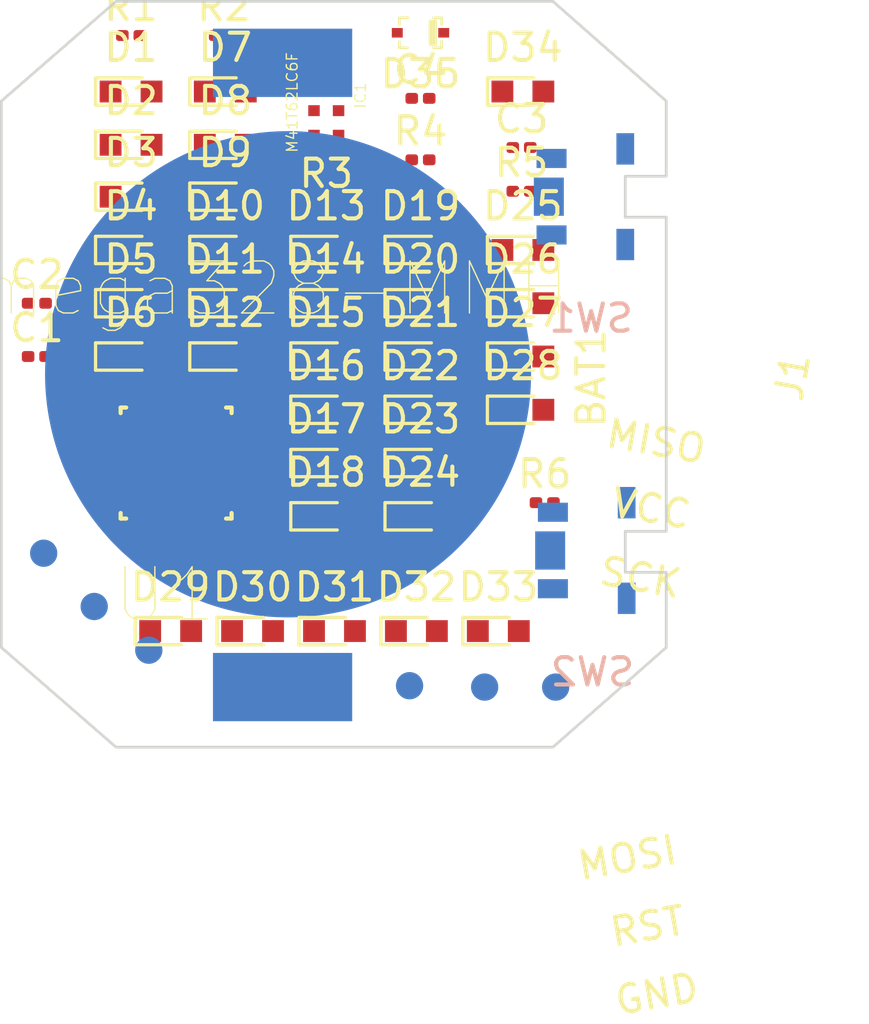
<source format=kicad_pcb>
(kicad_pcb (version 20171130) (host pcbnew "(5.1.2-1)-1")

  (general
    (thickness 0.8)
    (drawings 65)
    (tracks 0)
    (zones 0)
    (modules 51)
    (nets 37)
  )

  (page A4)
  (layers
    (0 F.Cu signal)
    (1 In1.Cu signal)
    (2 In2.Cu signal)
    (31 B.Cu signal)
    (32 B.Adhes user hide)
    (33 F.Adhes user hide)
    (34 B.Paste user hide)
    (35 F.Paste user hide)
    (36 B.SilkS user hide)
    (37 F.SilkS user hide)
    (38 B.Mask user hide)
    (39 F.Mask user hide)
    (40 Dwgs.User user hide)
    (41 Cmts.User user hide)
    (42 Eco1.User user hide)
    (43 Eco2.User user hide)
    (44 Edge.Cuts user)
    (45 Margin user)
    (46 B.CrtYd user hide)
    (47 F.CrtYd user hide)
    (48 B.Fab user hide)
    (49 F.Fab user hide)
  )

  (setup
    (last_trace_width 0.2032)
    (trace_clearance 0.2)
    (zone_clearance 0.508)
    (zone_45_only no)
    (trace_min 0.2)
    (via_size 0.8)
    (via_drill 0.4)
    (via_min_size 0.4)
    (via_min_drill 0.3)
    (uvia_size 0.3)
    (uvia_drill 0.1)
    (uvias_allowed yes)
    (uvia_min_size 0.2)
    (uvia_min_drill 0.1)
    (edge_width 0.1)
    (segment_width 0.2)
    (pcb_text_width 0.3)
    (pcb_text_size 1.5 1.5)
    (mod_edge_width 0.15)
    (mod_text_size 1 1)
    (mod_text_width 0.15)
    (pad_size 2.5 5.1)
    (pad_drill 0)
    (pad_to_mask_clearance 0)
    (aux_axis_origin 0 0)
    (visible_elements FFFFFF7F)
    (pcbplotparams
      (layerselection 0x010fc_ffffffff)
      (usegerberextensions false)
      (usegerberattributes false)
      (usegerberadvancedattributes false)
      (creategerberjobfile false)
      (excludeedgelayer true)
      (linewidth 0.100000)
      (plotframeref false)
      (viasonmask false)
      (mode 1)
      (useauxorigin false)
      (hpglpennumber 1)
      (hpglpenspeed 20)
      (hpglpendiameter 15.000000)
      (psnegative false)
      (psa4output false)
      (plotreference true)
      (plotvalue true)
      (plotinvisibletext false)
      (padsonsilk false)
      (subtractmaskfromsilk false)
      (outputformat 1)
      (mirror false)
      (drillshape 1)
      (scaleselection 1)
      (outputdirectory ""))
  )

  (net 0 "")
  (net 1 "Net-(C1-Pad2)")
  (net 2 GND)
  (net 3 /ROW_0)
  (net 4 "Net-(D1-Pad1)")
  (net 5 /ROW_1)
  (net 6 /ROW_2)
  (net 7 /ROW_3)
  (net 8 /ROW_4)
  (net 9 /ROW_5)
  (net 10 "Net-(D10-Pad1)")
  (net 11 "Net-(D13-Pad1)")
  (net 12 "Net-(D19-Pad1)")
  (net 13 "Net-(D25-Pad1)")
  (net 14 "Net-(D29-Pad1)")
  (net 15 "Net-(IC1-Pad2)")
  (net 16 "Net-(IC1-Pad1)")
  (net 17 "Net-(IC1-Pad6)")
  (net 18 "Net-(IC1-Pad8)")
  (net 19 "Net-(J1-Pad1)")
  (net 20 "Net-(J1-Pad3)")
  (net 21 "Net-(J1-Pad5)")
  (net 22 "Net-(J1-Pad4)")
  (net 23 /COL_0)
  (net 24 /COL_1)
  (net 25 /COL_2)
  (net 26 /COL_3)
  (net 27 /COL_4)
  (net 28 /COL_5)
  (net 29 "Net-(SW1-Pad1)")
  (net 30 "Net-(SW2-Pad1)")
  (net 31 "Net-(U1-Pad27)")
  (net 32 "Net-(U1-Pad26)")
  (net 33 "Net-(U1-Pad16)")
  (net 34 "Net-(U1-Pad10)")
  (net 35 "Net-(BAT1-PadPos)")
  (net 36 "Net-(U1-Pad17)")

  (net_class Default "This is the default net class."
    (clearance 0.2)
    (trace_width 0.2032)
    (via_dia 0.8)
    (via_drill 0.4)
    (uvia_dia 0.3)
    (uvia_drill 0.1)
    (add_net /COL_0)
    (add_net /COL_1)
    (add_net /COL_2)
    (add_net /COL_3)
    (add_net /COL_4)
    (add_net /COL_5)
    (add_net /ROW_0)
    (add_net /ROW_1)
    (add_net /ROW_2)
    (add_net /ROW_3)
    (add_net /ROW_4)
    (add_net /ROW_5)
    (add_net GND)
    (add_net "Net-(BAT1-PadPos)")
    (add_net "Net-(C1-Pad2)")
    (add_net "Net-(D1-Pad1)")
    (add_net "Net-(D10-Pad1)")
    (add_net "Net-(D13-Pad1)")
    (add_net "Net-(D19-Pad1)")
    (add_net "Net-(D25-Pad1)")
    (add_net "Net-(D29-Pad1)")
    (add_net "Net-(IC1-Pad1)")
    (add_net "Net-(IC1-Pad2)")
    (add_net "Net-(IC1-Pad6)")
    (add_net "Net-(IC1-Pad8)")
    (add_net "Net-(J1-Pad1)")
    (add_net "Net-(J1-Pad3)")
    (add_net "Net-(J1-Pad4)")
    (add_net "Net-(J1-Pad5)")
    (add_net "Net-(SW1-Pad1)")
    (add_net "Net-(SW2-Pad1)")
    (add_net "Net-(U1-Pad10)")
    (add_net "Net-(U1-Pad16)")
    (add_net "Net-(U1-Pad17)")
    (add_net "Net-(U1-Pad26)")
    (add_net "Net-(U1-Pad27)")
  )

  (module Source_Footprints:SOD-523 (layer F.Cu) (tedit 5E188CE1) (tstamp 5E189A92)
    (at 173.85 72.85 180)
    (path /5D552BFD)
    (attr smd)
    (fp_text reference D35 (at 0 -1.5) (layer F.SilkS)
      (effects (font (size 1 1) (thickness 0.15)))
    )
    (fp_text value BAT42W-V (at 0 1.5) (layer F.Fab)
      (effects (font (size 1 1) (thickness 0.15)))
    )
    (fp_line (start -0.35 0.425) (end -0.35 -0.425) (layer F.SilkS) (width 0.1))
    (fp_line (start -0.45 0.425) (end -0.45 -0.425) (layer F.SilkS) (width 0.1))
    (fp_line (start -0.65 -0.425) (end 0.65 -0.425) (layer F.Fab) (width 0.1))
    (fp_line (start 0.65 -0.425) (end 0.65 0.425) (layer F.Fab) (width 0.1))
    (fp_line (start -0.65 0.425) (end -0.65 -0.425) (layer F.Fab) (width 0.1))
    (fp_line (start -0.65 0.425) (end 0.65 0.425) (layer F.Fab) (width 0.1))
    (fp_line (start 0.775 -0.55) (end 0.775 -0.325) (layer F.SilkS) (width 0.1))
    (fp_line (start 0.475 -0.55) (end 0.775 -0.55) (layer F.SilkS) (width 0.1))
    (fp_line (start -0.775 -0.55) (end -0.775 -0.3) (layer F.SilkS) (width 0.1))
    (fp_line (start -0.475 -0.55) (end -0.775 -0.55) (layer F.SilkS) (width 0.1))
    (fp_line (start 0.775 0.55) (end 0.45 0.55) (layer F.SilkS) (width 0.1))
    (fp_text user %R (at -0.025 -0.025) (layer F.Fab)
      (effects (font (size 0.2 0.2) (thickness 0.03)))
    )
    (fp_line (start 0.775 0.55) (end 0.775 0.3) (layer F.SilkS) (width 0.1))
    (fp_line (start -1.3 -0.725) (end 1.3 -0.725) (layer F.CrtYd) (width 0.05))
    (fp_line (start 1.3 -0.725) (end 1.3 0.725) (layer F.CrtYd) (width 0.05))
    (fp_line (start 1.3 0.725) (end -1.3 0.725) (layer F.CrtYd) (width 0.05))
    (fp_line (start -1.3 0.725) (end -1.3 -0.725) (layer F.CrtYd) (width 0.05))
    (fp_line (start -0.475 0.55) (end -0.775 0.55) (layer F.SilkS) (width 0.1))
    (fp_line (start -0.775 0.3) (end -0.775 0.55) (layer F.SilkS) (width 0.1))
    (fp_line (start -0.55 0.425) (end -0.55 -0.425) (layer F.SilkS) (width 0.1))
    (fp_line (start -0.55 -0.43) (end -0.35 -0.43) (layer F.SilkS) (width 0.1))
    (fp_line (start -0.55 0.43) (end -0.35 0.43) (layer F.SilkS) (width 0.1))
    (pad A smd rect (at 0.85 0 180) (size 0.4 0.35) (layers F.Cu F.Paste F.Mask)
      (net 2 GND))
    (pad C smd rect (at -0.85 0 180) (size 0.4 0.35) (layers F.Cu F.Paste F.Mask)
      (net 35 "Net-(BAT1-PadPos)"))
  )

  (module Source_Footprints:ICSP (layer B.Cu) (tedit 5E187206) (tstamp 5D4819FF)
    (at 190.05 91.9 270)
    (path /5D093ADF)
    (fp_text reference J1 (at -6.457975 2.582378 260) (layer F.SilkS)
      (effects (font (size 1 1) (thickness 0.15)))
    )
    (fp_text value ICSP-6 (at -6.746716 4.365358 255) (layer B.Fab)
      (effects (font (size 1 1) (thickness 0.15)) (justify mirror))
    )
    (fp_text user GND (at 16.141404 7.543624 190) (layer F.SilkS)
      (effects (font (size 1 1) (thickness 0.15)))
    )
    (fp_text user RST (at 13.662019 7.879263 190) (layer F.SilkS)
      (effects (font (size 1 1) (thickness 0.15)))
    )
    (fp_text user MOSI (at 11.153613 8.626191 190) (layer F.SilkS)
      (effects (font (size 1 1) (thickness 0.15)))
    )
    (fp_text user SCK (at 0.888125 8.142486 170) (layer F.SilkS)
      (effects (font (size 1 1) (thickness 0.15)))
    )
    (fp_text user VCC (at -1.631817 7.748925 170) (layer F.SilkS)
      (effects (font (size 1 1) (thickness 0.15)))
    )
    (fp_text user MISO (at -4.088008 7.569687 170) (layer F.SilkS)
      (effects (font (size 1 1) (thickness 0.15)))
    )
    (pad 1 smd circle (at 0 30 270) (size 1 1) (layers B.Cu B.Paste B.Mask)
      (net 19 "Net-(J1-Pad1)"))
    (pad 2 smd circle (at 1.95 28.15 270) (size 1 1) (layers B.Cu B.Paste B.Mask)
      (net 35 "Net-(BAT1-PadPos)"))
    (pad 3 smd circle (at 3.55 26.15 270) (size 1 1) (layers B.Cu B.Paste B.Mask)
      (net 20 "Net-(J1-Pad3)"))
    (pad 6 smd circle (at 4.9 11.25 270) (size 1 1) (layers B.Cu B.Paste B.Mask)
      (net 2 GND))
    (pad 5 smd circle (at 4.9 13.85 270) (size 1 1) (layers B.Cu B.Paste B.Mask)
      (net 21 "Net-(J1-Pad5)"))
    (pad 4 smd circle (at 4.85 16.6 270) (size 1 1) (layers B.Cu B.Paste B.Mask)
      (net 22 "Net-(J1-Pad4)"))
  )

  (module Source_Footprints:Switch_SPST locked (layer F.Cu) (tedit 5D0C7A4A) (tstamp 5D481A6E)
    (at 181.2 75.95)
    (path /5D097B93)
    (attr smd)
    (fp_text reference SW1 (at -1.1 7.35) (layer B.SilkS)
      (effects (font (size 1 1) (thickness 0.15)) (justify mirror))
    )
    (fp_text value SW_SPST (at -1.1 6.35) (layer B.Fab)
      (effects (font (size 1 1) (thickness 0.15)) (justify mirror))
    )
    (pad 5 smd rect (at 0.15 4.65 90) (size 1.15 0.65) (layers B.Cu))
    (pad 4 smd rect (at 0.15 1.15 90) (size 1.15 0.65) (layers B.Cu))
    (pad 3 smd rect (at -2.55 4.3 90) (size 0.7 1.1) (layers B.Cu))
    (pad 2 smd rect (at -2.65 2.9) (size 1.1 1.4) (layers B.Cu)
      (net 2 GND))
    (pad 1 smd rect (at -2.55 1.5 90) (size 0.7 1.1) (layers B.Cu)
      (net 29 "Net-(SW1-Pad1)"))
  )

  (module Capacitor_SMD:C_0201_0603Metric (layer F.Cu) (tedit 5B301BBE) (tstamp 5D4815F9)
    (at 159.8 84.7)
    (descr "Capacitor SMD 0201 (0603 Metric), square (rectangular) end terminal, IPC_7351 nominal, (Body size source: https://www.vishay.com/docs/20052/crcw0201e3.pdf), generated with kicad-footprint-generator")
    (tags capacitor)
    (path /5D09069D)
    (attr smd)
    (fp_text reference C1 (at 0 -1.05) (layer F.SilkS)
      (effects (font (size 1 1) (thickness 0.15)))
    )
    (fp_text value 100nF (at 0 1.05) (layer F.Fab)
      (effects (font (size 1 1) (thickness 0.15)))
    )
    (fp_text user %R (at 0 -0.68) (layer F.Fab)
      (effects (font (size 0.25 0.25) (thickness 0.04)))
    )
    (fp_line (start 0.7 0.35) (end -0.7 0.35) (layer F.CrtYd) (width 0.05))
    (fp_line (start 0.7 -0.35) (end 0.7 0.35) (layer F.CrtYd) (width 0.05))
    (fp_line (start -0.7 -0.35) (end 0.7 -0.35) (layer F.CrtYd) (width 0.05))
    (fp_line (start -0.7 0.35) (end -0.7 -0.35) (layer F.CrtYd) (width 0.05))
    (fp_line (start 0.3 0.15) (end -0.3 0.15) (layer F.Fab) (width 0.1))
    (fp_line (start 0.3 -0.15) (end 0.3 0.15) (layer F.Fab) (width 0.1))
    (fp_line (start -0.3 -0.15) (end 0.3 -0.15) (layer F.Fab) (width 0.1))
    (fp_line (start -0.3 0.15) (end -0.3 -0.15) (layer F.Fab) (width 0.1))
    (pad 2 smd roundrect (at 0.32 0) (size 0.46 0.4) (layers F.Cu F.Mask) (roundrect_rratio 0.25)
      (net 1 "Net-(C1-Pad2)"))
    (pad 1 smd roundrect (at -0.32 0) (size 0.46 0.4) (layers F.Cu F.Mask) (roundrect_rratio 0.25)
      (net 35 "Net-(BAT1-PadPos)"))
    (pad "" smd roundrect (at 0.345 0) (size 0.318 0.36) (layers F.Paste) (roundrect_rratio 0.25))
    (pad "" smd roundrect (at -0.345 0) (size 0.318 0.36) (layers F.Paste) (roundrect_rratio 0.25))
    (model ${KISYS3DMOD}/Capacitor_SMD.3dshapes/C_0201_0603Metric.wrl
      (at (xyz 0 0 0))
      (scale (xyz 1 1 1))
      (rotate (xyz 0 0 0))
    )
  )

  (module Capacitor_SMD:C_0201_0603Metric (layer F.Cu) (tedit 5B301BBE) (tstamp 5D48160A)
    (at 159.8 82.75)
    (descr "Capacitor SMD 0201 (0603 Metric), square (rectangular) end terminal, IPC_7351 nominal, (Body size source: https://www.vishay.com/docs/20052/crcw0201e3.pdf), generated with kicad-footprint-generator")
    (tags capacitor)
    (path /5D091F4C)
    (attr smd)
    (fp_text reference C2 (at 0 -1.05) (layer F.SilkS)
      (effects (font (size 1 1) (thickness 0.15)))
    )
    (fp_text value 10uF (at 0 1.05) (layer F.Fab)
      (effects (font (size 1 1) (thickness 0.15)))
    )
    (fp_text user %R (at 0 -0.68) (layer F.Fab)
      (effects (font (size 0.25 0.25) (thickness 0.04)))
    )
    (fp_line (start 0.7 0.35) (end -0.7 0.35) (layer F.CrtYd) (width 0.05))
    (fp_line (start 0.7 -0.35) (end 0.7 0.35) (layer F.CrtYd) (width 0.05))
    (fp_line (start -0.7 -0.35) (end 0.7 -0.35) (layer F.CrtYd) (width 0.05))
    (fp_line (start -0.7 0.35) (end -0.7 -0.35) (layer F.CrtYd) (width 0.05))
    (fp_line (start 0.3 0.15) (end -0.3 0.15) (layer F.Fab) (width 0.1))
    (fp_line (start 0.3 -0.15) (end 0.3 0.15) (layer F.Fab) (width 0.1))
    (fp_line (start -0.3 -0.15) (end 0.3 -0.15) (layer F.Fab) (width 0.1))
    (fp_line (start -0.3 0.15) (end -0.3 -0.15) (layer F.Fab) (width 0.1))
    (pad 2 smd roundrect (at 0.32 0) (size 0.46 0.4) (layers F.Cu F.Mask) (roundrect_rratio 0.25)
      (net 2 GND))
    (pad 1 smd roundrect (at -0.32 0) (size 0.46 0.4) (layers F.Cu F.Mask) (roundrect_rratio 0.25)
      (net 1 "Net-(C1-Pad2)"))
    (pad "" smd roundrect (at 0.345 0) (size 0.318 0.36) (layers F.Paste) (roundrect_rratio 0.25))
    (pad "" smd roundrect (at -0.345 0) (size 0.318 0.36) (layers F.Paste) (roundrect_rratio 0.25))
    (model ${KISYS3DMOD}/Capacitor_SMD.3dshapes/C_0201_0603Metric.wrl
      (at (xyz 0 0 0))
      (scale (xyz 1 1 1))
      (rotate (xyz 0 0 0))
    )
  )

  (module Capacitor_SMD:C_0201_0603Metric (layer F.Cu) (tedit 5B301BBE) (tstamp 5D48161B)
    (at 177.55 77.05)
    (descr "Capacitor SMD 0201 (0603 Metric), square (rectangular) end terminal, IPC_7351 nominal, (Body size source: https://www.vishay.com/docs/20052/crcw0201e3.pdf), generated with kicad-footprint-generator")
    (tags capacitor)
    (path /5D099945)
    (attr smd)
    (fp_text reference C3 (at 0 -1.05) (layer F.SilkS)
      (effects (font (size 1 1) (thickness 0.15)))
    )
    (fp_text value 100nF (at 0 1.05) (layer F.Fab)
      (effects (font (size 1 1) (thickness 0.15)))
    )
    (fp_text user %R (at 0 -0.68) (layer F.Fab)
      (effects (font (size 0.25 0.25) (thickness 0.04)))
    )
    (fp_line (start 0.7 0.35) (end -0.7 0.35) (layer F.CrtYd) (width 0.05))
    (fp_line (start 0.7 -0.35) (end 0.7 0.35) (layer F.CrtYd) (width 0.05))
    (fp_line (start -0.7 -0.35) (end 0.7 -0.35) (layer F.CrtYd) (width 0.05))
    (fp_line (start -0.7 0.35) (end -0.7 -0.35) (layer F.CrtYd) (width 0.05))
    (fp_line (start 0.3 0.15) (end -0.3 0.15) (layer F.Fab) (width 0.1))
    (fp_line (start 0.3 -0.15) (end 0.3 0.15) (layer F.Fab) (width 0.1))
    (fp_line (start -0.3 -0.15) (end 0.3 -0.15) (layer F.Fab) (width 0.1))
    (fp_line (start -0.3 0.15) (end -0.3 -0.15) (layer F.Fab) (width 0.1))
    (pad 2 smd roundrect (at 0.32 0) (size 0.46 0.4) (layers F.Cu F.Mask) (roundrect_rratio 0.25)
      (net 2 GND))
    (pad 1 smd roundrect (at -0.32 0) (size 0.46 0.4) (layers F.Cu F.Mask) (roundrect_rratio 0.25)
      (net 35 "Net-(BAT1-PadPos)"))
    (pad "" smd roundrect (at 0.345 0) (size 0.318 0.36) (layers F.Paste) (roundrect_rratio 0.25))
    (pad "" smd roundrect (at -0.345 0) (size 0.318 0.36) (layers F.Paste) (roundrect_rratio 0.25))
    (model ${KISYS3DMOD}/Capacitor_SMD.3dshapes/C_0201_0603Metric.wrl
      (at (xyz 0 0 0))
      (scale (xyz 1 1 1))
      (rotate (xyz 0 0 0))
    )
  )

  (module Capacitor_SMD:C_0201_0603Metric (layer F.Cu) (tedit 5B301BBE) (tstamp 5D48162C)
    (at 173.85 75.25)
    (descr "Capacitor SMD 0201 (0603 Metric), square (rectangular) end terminal, IPC_7351 nominal, (Body size source: https://www.vishay.com/docs/20052/crcw0201e3.pdf), generated with kicad-footprint-generator")
    (tags capacitor)
    (path /5D465311)
    (attr smd)
    (fp_text reference C4 (at 0 -1.05) (layer F.SilkS)
      (effects (font (size 1 1) (thickness 0.15)))
    )
    (fp_text value 100nF (at 0 1.05) (layer F.Fab)
      (effects (font (size 1 1) (thickness 0.15)))
    )
    (fp_text user %R (at 0 -0.68) (layer F.Fab)
      (effects (font (size 0.25 0.25) (thickness 0.04)))
    )
    (fp_line (start 0.7 0.35) (end -0.7 0.35) (layer F.CrtYd) (width 0.05))
    (fp_line (start 0.7 -0.35) (end 0.7 0.35) (layer F.CrtYd) (width 0.05))
    (fp_line (start -0.7 -0.35) (end 0.7 -0.35) (layer F.CrtYd) (width 0.05))
    (fp_line (start -0.7 0.35) (end -0.7 -0.35) (layer F.CrtYd) (width 0.05))
    (fp_line (start 0.3 0.15) (end -0.3 0.15) (layer F.Fab) (width 0.1))
    (fp_line (start 0.3 -0.15) (end 0.3 0.15) (layer F.Fab) (width 0.1))
    (fp_line (start -0.3 -0.15) (end 0.3 -0.15) (layer F.Fab) (width 0.1))
    (fp_line (start -0.3 0.15) (end -0.3 -0.15) (layer F.Fab) (width 0.1))
    (pad 2 smd roundrect (at 0.32 0) (size 0.46 0.4) (layers F.Cu F.Mask) (roundrect_rratio 0.25)
      (net 2 GND))
    (pad 1 smd roundrect (at -0.32 0) (size 0.46 0.4) (layers F.Cu F.Mask) (roundrect_rratio 0.25)
      (net 35 "Net-(BAT1-PadPos)"))
    (pad "" smd roundrect (at 0.345 0) (size 0.318 0.36) (layers F.Paste) (roundrect_rratio 0.25))
    (pad "" smd roundrect (at -0.345 0) (size 0.318 0.36) (layers F.Paste) (roundrect_rratio 0.25))
    (model ${KISYS3DMOD}/Capacitor_SMD.3dshapes/C_0201_0603Metric.wrl
      (at (xyz 0 0 0))
      (scale (xyz 1 1 1))
      (rotate (xyz 0 0 0))
    )
  )

  (module Source_Footprints:LED_0603 (layer F.Cu) (tedit 595EA879) (tstamp 5D481647)
    (at 163.25 75)
    (path /5D14DD3A)
    (fp_text reference D1 (at 0 -1.61) (layer F.SilkS)
      (effects (font (size 1 1) (thickness 0.15)))
    )
    (fp_text value RED_HR (at 0 1.77) (layer F.Fab)
      (effects (font (size 1 1) (thickness 0.15)))
    )
    (fp_line (start 0.85 0.4) (end 0.85 -0.4) (layer F.Fab) (width 0.12))
    (fp_line (start -0.85 0.4) (end -0.85 -0.4) (layer F.Fab) (width 0.12))
    (fp_line (start -0.85 -0.4) (end 0.85 -0.4) (layer F.Fab) (width 0.12))
    (fp_line (start -0.85 0.4) (end 0.85 0.4) (layer F.Fab) (width 0.12))
    (fp_line (start -1.4 0.71) (end -1.4 -0.71) (layer F.CrtYd) (width 0.05))
    (fp_line (start 1.4 0.71) (end 1.4 -0.71) (layer F.CrtYd) (width 0.05))
    (fp_line (start -1.4 -0.71) (end 1.4 -0.71) (layer F.CrtYd) (width 0.05))
    (fp_line (start -1.4 0.71) (end 1.4 0.71) (layer F.CrtYd) (width 0.05))
    (fp_line (start -1.3 0.5) (end 0.4 0.5) (layer F.SilkS) (width 0.12))
    (fp_line (start -1.3 -0.3) (end -1.3 0.5) (layer F.SilkS) (width 0.12))
    (fp_line (start -1.3 -0.5) (end -1.3 -0.3) (layer F.SilkS) (width 0.12))
    (fp_line (start -1.2 -0.5) (end -1.3 -0.5) (layer F.SilkS) (width 0.12))
    (fp_line (start -1.1 -0.5) (end -1.2 -0.5) (layer F.SilkS) (width 0.12))
    (fp_line (start -1.1 -0.5) (end 0.4 -0.5) (layer F.SilkS) (width 0.12))
    (fp_line (start 0.1 0.2) (end 0.1 0) (layer F.Fab) (width 0.12))
    (fp_line (start -0.2 0) (end 0.1 0.2) (layer F.Fab) (width 0.12))
    (fp_line (start 0.1 -0.2) (end -0.2 0) (layer F.Fab) (width 0.12))
    (fp_line (start 0.1 0) (end 0.1 -0.2) (layer F.Fab) (width 0.12))
    (fp_line (start 0.5 0) (end 0.1 0) (layer F.Fab) (width 0.12))
    (fp_line (start -0.3 -0.2) (end -0.3 0.1) (layer F.Fab) (width 0.12))
    (fp_line (start -0.3 0.2) (end -0.3 0.1) (layer F.Fab) (width 0.12))
    (pad 2 smd rect (at 0.75 0) (size 0.8 0.8) (layers F.Cu F.Paste F.Mask)
      (net 3 /ROW_0))
    (pad 1 smd rect (at -0.75 0) (size 0.8 0.8) (layers F.Cu F.Paste F.Mask)
      (net 4 "Net-(D1-Pad1)"))
  )

  (module Source_Footprints:LED_0603 (layer F.Cu) (tedit 595EA879) (tstamp 5D481662)
    (at 163.25 76.95)
    (path /5D14C49C)
    (fp_text reference D2 (at 0 -1.61) (layer F.SilkS)
      (effects (font (size 1 1) (thickness 0.15)))
    )
    (fp_text value RED_HR (at 0 1.77) (layer F.Fab)
      (effects (font (size 1 1) (thickness 0.15)))
    )
    (fp_line (start 0.85 0.4) (end 0.85 -0.4) (layer F.Fab) (width 0.12))
    (fp_line (start -0.85 0.4) (end -0.85 -0.4) (layer F.Fab) (width 0.12))
    (fp_line (start -0.85 -0.4) (end 0.85 -0.4) (layer F.Fab) (width 0.12))
    (fp_line (start -0.85 0.4) (end 0.85 0.4) (layer F.Fab) (width 0.12))
    (fp_line (start -1.4 0.71) (end -1.4 -0.71) (layer F.CrtYd) (width 0.05))
    (fp_line (start 1.4 0.71) (end 1.4 -0.71) (layer F.CrtYd) (width 0.05))
    (fp_line (start -1.4 -0.71) (end 1.4 -0.71) (layer F.CrtYd) (width 0.05))
    (fp_line (start -1.4 0.71) (end 1.4 0.71) (layer F.CrtYd) (width 0.05))
    (fp_line (start -1.3 0.5) (end 0.4 0.5) (layer F.SilkS) (width 0.12))
    (fp_line (start -1.3 -0.3) (end -1.3 0.5) (layer F.SilkS) (width 0.12))
    (fp_line (start -1.3 -0.5) (end -1.3 -0.3) (layer F.SilkS) (width 0.12))
    (fp_line (start -1.2 -0.5) (end -1.3 -0.5) (layer F.SilkS) (width 0.12))
    (fp_line (start -1.1 -0.5) (end -1.2 -0.5) (layer F.SilkS) (width 0.12))
    (fp_line (start -1.1 -0.5) (end 0.4 -0.5) (layer F.SilkS) (width 0.12))
    (fp_line (start 0.1 0.2) (end 0.1 0) (layer F.Fab) (width 0.12))
    (fp_line (start -0.2 0) (end 0.1 0.2) (layer F.Fab) (width 0.12))
    (fp_line (start 0.1 -0.2) (end -0.2 0) (layer F.Fab) (width 0.12))
    (fp_line (start 0.1 0) (end 0.1 -0.2) (layer F.Fab) (width 0.12))
    (fp_line (start 0.5 0) (end 0.1 0) (layer F.Fab) (width 0.12))
    (fp_line (start -0.3 -0.2) (end -0.3 0.1) (layer F.Fab) (width 0.12))
    (fp_line (start -0.3 0.2) (end -0.3 0.1) (layer F.Fab) (width 0.12))
    (pad 2 smd rect (at 0.75 0) (size 0.8 0.8) (layers F.Cu F.Paste F.Mask)
      (net 5 /ROW_1))
    (pad 1 smd rect (at -0.75 0) (size 0.8 0.8) (layers F.Cu F.Paste F.Mask)
      (net 4 "Net-(D1-Pad1)"))
  )

  (module Source_Footprints:LED_0603 (layer F.Cu) (tedit 595EA879) (tstamp 5D48167D)
    (at 163.25 78.85)
    (path /5D14A99D)
    (fp_text reference D3 (at 0 -1.61) (layer F.SilkS)
      (effects (font (size 1 1) (thickness 0.15)))
    )
    (fp_text value RED_HR (at 0 1.77) (layer F.Fab)
      (effects (font (size 1 1) (thickness 0.15)))
    )
    (fp_line (start 0.85 0.4) (end 0.85 -0.4) (layer F.Fab) (width 0.12))
    (fp_line (start -0.85 0.4) (end -0.85 -0.4) (layer F.Fab) (width 0.12))
    (fp_line (start -0.85 -0.4) (end 0.85 -0.4) (layer F.Fab) (width 0.12))
    (fp_line (start -0.85 0.4) (end 0.85 0.4) (layer F.Fab) (width 0.12))
    (fp_line (start -1.4 0.71) (end -1.4 -0.71) (layer F.CrtYd) (width 0.05))
    (fp_line (start 1.4 0.71) (end 1.4 -0.71) (layer F.CrtYd) (width 0.05))
    (fp_line (start -1.4 -0.71) (end 1.4 -0.71) (layer F.CrtYd) (width 0.05))
    (fp_line (start -1.4 0.71) (end 1.4 0.71) (layer F.CrtYd) (width 0.05))
    (fp_line (start -1.3 0.5) (end 0.4 0.5) (layer F.SilkS) (width 0.12))
    (fp_line (start -1.3 -0.3) (end -1.3 0.5) (layer F.SilkS) (width 0.12))
    (fp_line (start -1.3 -0.5) (end -1.3 -0.3) (layer F.SilkS) (width 0.12))
    (fp_line (start -1.2 -0.5) (end -1.3 -0.5) (layer F.SilkS) (width 0.12))
    (fp_line (start -1.1 -0.5) (end -1.2 -0.5) (layer F.SilkS) (width 0.12))
    (fp_line (start -1.1 -0.5) (end 0.4 -0.5) (layer F.SilkS) (width 0.12))
    (fp_line (start 0.1 0.2) (end 0.1 0) (layer F.Fab) (width 0.12))
    (fp_line (start -0.2 0) (end 0.1 0.2) (layer F.Fab) (width 0.12))
    (fp_line (start 0.1 -0.2) (end -0.2 0) (layer F.Fab) (width 0.12))
    (fp_line (start 0.1 0) (end 0.1 -0.2) (layer F.Fab) (width 0.12))
    (fp_line (start 0.5 0) (end 0.1 0) (layer F.Fab) (width 0.12))
    (fp_line (start -0.3 -0.2) (end -0.3 0.1) (layer F.Fab) (width 0.12))
    (fp_line (start -0.3 0.2) (end -0.3 0.1) (layer F.Fab) (width 0.12))
    (pad 2 smd rect (at 0.75 0) (size 0.8 0.8) (layers F.Cu F.Paste F.Mask)
      (net 6 /ROW_2))
    (pad 1 smd rect (at -0.75 0) (size 0.8 0.8) (layers F.Cu F.Paste F.Mask)
      (net 4 "Net-(D1-Pad1)"))
  )

  (module Source_Footprints:LED_0603 (layer F.Cu) (tedit 595EA879) (tstamp 5D481698)
    (at 163.25 80.8)
    (path /5D148D25)
    (fp_text reference D4 (at 0 -1.61) (layer F.SilkS)
      (effects (font (size 1 1) (thickness 0.15)))
    )
    (fp_text value RED_HR (at 0 1.77) (layer F.Fab)
      (effects (font (size 1 1) (thickness 0.15)))
    )
    (fp_line (start 0.85 0.4) (end 0.85 -0.4) (layer F.Fab) (width 0.12))
    (fp_line (start -0.85 0.4) (end -0.85 -0.4) (layer F.Fab) (width 0.12))
    (fp_line (start -0.85 -0.4) (end 0.85 -0.4) (layer F.Fab) (width 0.12))
    (fp_line (start -0.85 0.4) (end 0.85 0.4) (layer F.Fab) (width 0.12))
    (fp_line (start -1.4 0.71) (end -1.4 -0.71) (layer F.CrtYd) (width 0.05))
    (fp_line (start 1.4 0.71) (end 1.4 -0.71) (layer F.CrtYd) (width 0.05))
    (fp_line (start -1.4 -0.71) (end 1.4 -0.71) (layer F.CrtYd) (width 0.05))
    (fp_line (start -1.4 0.71) (end 1.4 0.71) (layer F.CrtYd) (width 0.05))
    (fp_line (start -1.3 0.5) (end 0.4 0.5) (layer F.SilkS) (width 0.12))
    (fp_line (start -1.3 -0.3) (end -1.3 0.5) (layer F.SilkS) (width 0.12))
    (fp_line (start -1.3 -0.5) (end -1.3 -0.3) (layer F.SilkS) (width 0.12))
    (fp_line (start -1.2 -0.5) (end -1.3 -0.5) (layer F.SilkS) (width 0.12))
    (fp_line (start -1.1 -0.5) (end -1.2 -0.5) (layer F.SilkS) (width 0.12))
    (fp_line (start -1.1 -0.5) (end 0.4 -0.5) (layer F.SilkS) (width 0.12))
    (fp_line (start 0.1 0.2) (end 0.1 0) (layer F.Fab) (width 0.12))
    (fp_line (start -0.2 0) (end 0.1 0.2) (layer F.Fab) (width 0.12))
    (fp_line (start 0.1 -0.2) (end -0.2 0) (layer F.Fab) (width 0.12))
    (fp_line (start 0.1 0) (end 0.1 -0.2) (layer F.Fab) (width 0.12))
    (fp_line (start 0.5 0) (end 0.1 0) (layer F.Fab) (width 0.12))
    (fp_line (start -0.3 -0.2) (end -0.3 0.1) (layer F.Fab) (width 0.12))
    (fp_line (start -0.3 0.2) (end -0.3 0.1) (layer F.Fab) (width 0.12))
    (pad 2 smd rect (at 0.75 0) (size 0.8 0.8) (layers F.Cu F.Paste F.Mask)
      (net 7 /ROW_3))
    (pad 1 smd rect (at -0.75 0) (size 0.8 0.8) (layers F.Cu F.Paste F.Mask)
      (net 4 "Net-(D1-Pad1)"))
  )

  (module Source_Footprints:LED_0603 (layer F.Cu) (tedit 595EA879) (tstamp 5D4816B3)
    (at 163.25 82.75)
    (path /5D1470E7)
    (fp_text reference D5 (at 0 -1.61) (layer F.SilkS)
      (effects (font (size 1 1) (thickness 0.15)))
    )
    (fp_text value RED_HR (at 0 1.77) (layer F.Fab)
      (effects (font (size 1 1) (thickness 0.15)))
    )
    (fp_line (start 0.85 0.4) (end 0.85 -0.4) (layer F.Fab) (width 0.12))
    (fp_line (start -0.85 0.4) (end -0.85 -0.4) (layer F.Fab) (width 0.12))
    (fp_line (start -0.85 -0.4) (end 0.85 -0.4) (layer F.Fab) (width 0.12))
    (fp_line (start -0.85 0.4) (end 0.85 0.4) (layer F.Fab) (width 0.12))
    (fp_line (start -1.4 0.71) (end -1.4 -0.71) (layer F.CrtYd) (width 0.05))
    (fp_line (start 1.4 0.71) (end 1.4 -0.71) (layer F.CrtYd) (width 0.05))
    (fp_line (start -1.4 -0.71) (end 1.4 -0.71) (layer F.CrtYd) (width 0.05))
    (fp_line (start -1.4 0.71) (end 1.4 0.71) (layer F.CrtYd) (width 0.05))
    (fp_line (start -1.3 0.5) (end 0.4 0.5) (layer F.SilkS) (width 0.12))
    (fp_line (start -1.3 -0.3) (end -1.3 0.5) (layer F.SilkS) (width 0.12))
    (fp_line (start -1.3 -0.5) (end -1.3 -0.3) (layer F.SilkS) (width 0.12))
    (fp_line (start -1.2 -0.5) (end -1.3 -0.5) (layer F.SilkS) (width 0.12))
    (fp_line (start -1.1 -0.5) (end -1.2 -0.5) (layer F.SilkS) (width 0.12))
    (fp_line (start -1.1 -0.5) (end 0.4 -0.5) (layer F.SilkS) (width 0.12))
    (fp_line (start 0.1 0.2) (end 0.1 0) (layer F.Fab) (width 0.12))
    (fp_line (start -0.2 0) (end 0.1 0.2) (layer F.Fab) (width 0.12))
    (fp_line (start 0.1 -0.2) (end -0.2 0) (layer F.Fab) (width 0.12))
    (fp_line (start 0.1 0) (end 0.1 -0.2) (layer F.Fab) (width 0.12))
    (fp_line (start 0.5 0) (end 0.1 0) (layer F.Fab) (width 0.12))
    (fp_line (start -0.3 -0.2) (end -0.3 0.1) (layer F.Fab) (width 0.12))
    (fp_line (start -0.3 0.2) (end -0.3 0.1) (layer F.Fab) (width 0.12))
    (pad 2 smd rect (at 0.75 0) (size 0.8 0.8) (layers F.Cu F.Paste F.Mask)
      (net 8 /ROW_4))
    (pad 1 smd rect (at -0.75 0) (size 0.8 0.8) (layers F.Cu F.Paste F.Mask)
      (net 4 "Net-(D1-Pad1)"))
  )

  (module Source_Footprints:LED_0603 (layer F.Cu) (tedit 595EA879) (tstamp 5D4816CE)
    (at 163.25 84.7)
    (path /5D145E59)
    (fp_text reference D6 (at 0 -1.61) (layer F.SilkS)
      (effects (font (size 1 1) (thickness 0.15)))
    )
    (fp_text value RED_HR (at 0 1.77) (layer F.Fab)
      (effects (font (size 1 1) (thickness 0.15)))
    )
    (fp_line (start 0.85 0.4) (end 0.85 -0.4) (layer F.Fab) (width 0.12))
    (fp_line (start -0.85 0.4) (end -0.85 -0.4) (layer F.Fab) (width 0.12))
    (fp_line (start -0.85 -0.4) (end 0.85 -0.4) (layer F.Fab) (width 0.12))
    (fp_line (start -0.85 0.4) (end 0.85 0.4) (layer F.Fab) (width 0.12))
    (fp_line (start -1.4 0.71) (end -1.4 -0.71) (layer F.CrtYd) (width 0.05))
    (fp_line (start 1.4 0.71) (end 1.4 -0.71) (layer F.CrtYd) (width 0.05))
    (fp_line (start -1.4 -0.71) (end 1.4 -0.71) (layer F.CrtYd) (width 0.05))
    (fp_line (start -1.4 0.71) (end 1.4 0.71) (layer F.CrtYd) (width 0.05))
    (fp_line (start -1.3 0.5) (end 0.4 0.5) (layer F.SilkS) (width 0.12))
    (fp_line (start -1.3 -0.3) (end -1.3 0.5) (layer F.SilkS) (width 0.12))
    (fp_line (start -1.3 -0.5) (end -1.3 -0.3) (layer F.SilkS) (width 0.12))
    (fp_line (start -1.2 -0.5) (end -1.3 -0.5) (layer F.SilkS) (width 0.12))
    (fp_line (start -1.1 -0.5) (end -1.2 -0.5) (layer F.SilkS) (width 0.12))
    (fp_line (start -1.1 -0.5) (end 0.4 -0.5) (layer F.SilkS) (width 0.12))
    (fp_line (start 0.1 0.2) (end 0.1 0) (layer F.Fab) (width 0.12))
    (fp_line (start -0.2 0) (end 0.1 0.2) (layer F.Fab) (width 0.12))
    (fp_line (start 0.1 -0.2) (end -0.2 0) (layer F.Fab) (width 0.12))
    (fp_line (start 0.1 0) (end 0.1 -0.2) (layer F.Fab) (width 0.12))
    (fp_line (start 0.5 0) (end 0.1 0) (layer F.Fab) (width 0.12))
    (fp_line (start -0.3 -0.2) (end -0.3 0.1) (layer F.Fab) (width 0.12))
    (fp_line (start -0.3 0.2) (end -0.3 0.1) (layer F.Fab) (width 0.12))
    (pad 2 smd rect (at 0.75 0) (size 0.8 0.8) (layers F.Cu F.Paste F.Mask)
      (net 9 /ROW_5))
    (pad 1 smd rect (at -0.75 0) (size 0.8 0.8) (layers F.Cu F.Paste F.Mask)
      (net 4 "Net-(D1-Pad1)"))
  )

  (module Source_Footprints:LED_0603 (layer F.Cu) (tedit 595EA879) (tstamp 5D4816E9)
    (at 166.7 75)
    (path /5D1D48C0)
    (fp_text reference D7 (at 0 -1.61) (layer F.SilkS)
      (effects (font (size 1 1) (thickness 0.15)))
    )
    (fp_text value RED_HR (at 0 1.77) (layer F.Fab)
      (effects (font (size 1 1) (thickness 0.15)))
    )
    (fp_line (start 0.85 0.4) (end 0.85 -0.4) (layer F.Fab) (width 0.12))
    (fp_line (start -0.85 0.4) (end -0.85 -0.4) (layer F.Fab) (width 0.12))
    (fp_line (start -0.85 -0.4) (end 0.85 -0.4) (layer F.Fab) (width 0.12))
    (fp_line (start -0.85 0.4) (end 0.85 0.4) (layer F.Fab) (width 0.12))
    (fp_line (start -1.4 0.71) (end -1.4 -0.71) (layer F.CrtYd) (width 0.05))
    (fp_line (start 1.4 0.71) (end 1.4 -0.71) (layer F.CrtYd) (width 0.05))
    (fp_line (start -1.4 -0.71) (end 1.4 -0.71) (layer F.CrtYd) (width 0.05))
    (fp_line (start -1.4 0.71) (end 1.4 0.71) (layer F.CrtYd) (width 0.05))
    (fp_line (start -1.3 0.5) (end 0.4 0.5) (layer F.SilkS) (width 0.12))
    (fp_line (start -1.3 -0.3) (end -1.3 0.5) (layer F.SilkS) (width 0.12))
    (fp_line (start -1.3 -0.5) (end -1.3 -0.3) (layer F.SilkS) (width 0.12))
    (fp_line (start -1.2 -0.5) (end -1.3 -0.5) (layer F.SilkS) (width 0.12))
    (fp_line (start -1.1 -0.5) (end -1.2 -0.5) (layer F.SilkS) (width 0.12))
    (fp_line (start -1.1 -0.5) (end 0.4 -0.5) (layer F.SilkS) (width 0.12))
    (fp_line (start 0.1 0.2) (end 0.1 0) (layer F.Fab) (width 0.12))
    (fp_line (start -0.2 0) (end 0.1 0.2) (layer F.Fab) (width 0.12))
    (fp_line (start 0.1 -0.2) (end -0.2 0) (layer F.Fab) (width 0.12))
    (fp_line (start 0.1 0) (end 0.1 -0.2) (layer F.Fab) (width 0.12))
    (fp_line (start 0.5 0) (end 0.1 0) (layer F.Fab) (width 0.12))
    (fp_line (start -0.3 -0.2) (end -0.3 0.1) (layer F.Fab) (width 0.12))
    (fp_line (start -0.3 0.2) (end -0.3 0.1) (layer F.Fab) (width 0.12))
    (pad 2 smd rect (at 0.75 0) (size 0.8 0.8) (layers F.Cu F.Paste F.Mask)
      (net 3 /ROW_0))
    (pad 1 smd rect (at -0.75 0) (size 0.8 0.8) (layers F.Cu F.Paste F.Mask)
      (net 10 "Net-(D10-Pad1)"))
  )

  (module Source_Footprints:LED_0603 (layer F.Cu) (tedit 595EA879) (tstamp 5D481704)
    (at 166.7 76.95)
    (path /5D1D7298)
    (fp_text reference D8 (at 0 -1.61) (layer F.SilkS)
      (effects (font (size 1 1) (thickness 0.15)))
    )
    (fp_text value RED_HR (at 0 1.77) (layer F.Fab)
      (effects (font (size 1 1) (thickness 0.15)))
    )
    (fp_line (start 0.85 0.4) (end 0.85 -0.4) (layer F.Fab) (width 0.12))
    (fp_line (start -0.85 0.4) (end -0.85 -0.4) (layer F.Fab) (width 0.12))
    (fp_line (start -0.85 -0.4) (end 0.85 -0.4) (layer F.Fab) (width 0.12))
    (fp_line (start -0.85 0.4) (end 0.85 0.4) (layer F.Fab) (width 0.12))
    (fp_line (start -1.4 0.71) (end -1.4 -0.71) (layer F.CrtYd) (width 0.05))
    (fp_line (start 1.4 0.71) (end 1.4 -0.71) (layer F.CrtYd) (width 0.05))
    (fp_line (start -1.4 -0.71) (end 1.4 -0.71) (layer F.CrtYd) (width 0.05))
    (fp_line (start -1.4 0.71) (end 1.4 0.71) (layer F.CrtYd) (width 0.05))
    (fp_line (start -1.3 0.5) (end 0.4 0.5) (layer F.SilkS) (width 0.12))
    (fp_line (start -1.3 -0.3) (end -1.3 0.5) (layer F.SilkS) (width 0.12))
    (fp_line (start -1.3 -0.5) (end -1.3 -0.3) (layer F.SilkS) (width 0.12))
    (fp_line (start -1.2 -0.5) (end -1.3 -0.5) (layer F.SilkS) (width 0.12))
    (fp_line (start -1.1 -0.5) (end -1.2 -0.5) (layer F.SilkS) (width 0.12))
    (fp_line (start -1.1 -0.5) (end 0.4 -0.5) (layer F.SilkS) (width 0.12))
    (fp_line (start 0.1 0.2) (end 0.1 0) (layer F.Fab) (width 0.12))
    (fp_line (start -0.2 0) (end 0.1 0.2) (layer F.Fab) (width 0.12))
    (fp_line (start 0.1 -0.2) (end -0.2 0) (layer F.Fab) (width 0.12))
    (fp_line (start 0.1 0) (end 0.1 -0.2) (layer F.Fab) (width 0.12))
    (fp_line (start 0.5 0) (end 0.1 0) (layer F.Fab) (width 0.12))
    (fp_line (start -0.3 -0.2) (end -0.3 0.1) (layer F.Fab) (width 0.12))
    (fp_line (start -0.3 0.2) (end -0.3 0.1) (layer F.Fab) (width 0.12))
    (pad 2 smd rect (at 0.75 0) (size 0.8 0.8) (layers F.Cu F.Paste F.Mask)
      (net 5 /ROW_1))
    (pad 1 smd rect (at -0.75 0) (size 0.8 0.8) (layers F.Cu F.Paste F.Mask)
      (net 10 "Net-(D10-Pad1)"))
  )

  (module Source_Footprints:LED_0603 (layer F.Cu) (tedit 595EA879) (tstamp 5D48171F)
    (at 166.7 78.85)
    (path /5D1D9BF8)
    (fp_text reference D9 (at 0 -1.61) (layer F.SilkS)
      (effects (font (size 1 1) (thickness 0.15)))
    )
    (fp_text value RED_HR (at 0 1.77) (layer F.Fab)
      (effects (font (size 1 1) (thickness 0.15)))
    )
    (fp_line (start 0.85 0.4) (end 0.85 -0.4) (layer F.Fab) (width 0.12))
    (fp_line (start -0.85 0.4) (end -0.85 -0.4) (layer F.Fab) (width 0.12))
    (fp_line (start -0.85 -0.4) (end 0.85 -0.4) (layer F.Fab) (width 0.12))
    (fp_line (start -0.85 0.4) (end 0.85 0.4) (layer F.Fab) (width 0.12))
    (fp_line (start -1.4 0.71) (end -1.4 -0.71) (layer F.CrtYd) (width 0.05))
    (fp_line (start 1.4 0.71) (end 1.4 -0.71) (layer F.CrtYd) (width 0.05))
    (fp_line (start -1.4 -0.71) (end 1.4 -0.71) (layer F.CrtYd) (width 0.05))
    (fp_line (start -1.4 0.71) (end 1.4 0.71) (layer F.CrtYd) (width 0.05))
    (fp_line (start -1.3 0.5) (end 0.4 0.5) (layer F.SilkS) (width 0.12))
    (fp_line (start -1.3 -0.3) (end -1.3 0.5) (layer F.SilkS) (width 0.12))
    (fp_line (start -1.3 -0.5) (end -1.3 -0.3) (layer F.SilkS) (width 0.12))
    (fp_line (start -1.2 -0.5) (end -1.3 -0.5) (layer F.SilkS) (width 0.12))
    (fp_line (start -1.1 -0.5) (end -1.2 -0.5) (layer F.SilkS) (width 0.12))
    (fp_line (start -1.1 -0.5) (end 0.4 -0.5) (layer F.SilkS) (width 0.12))
    (fp_line (start 0.1 0.2) (end 0.1 0) (layer F.Fab) (width 0.12))
    (fp_line (start -0.2 0) (end 0.1 0.2) (layer F.Fab) (width 0.12))
    (fp_line (start 0.1 -0.2) (end -0.2 0) (layer F.Fab) (width 0.12))
    (fp_line (start 0.1 0) (end 0.1 -0.2) (layer F.Fab) (width 0.12))
    (fp_line (start 0.5 0) (end 0.1 0) (layer F.Fab) (width 0.12))
    (fp_line (start -0.3 -0.2) (end -0.3 0.1) (layer F.Fab) (width 0.12))
    (fp_line (start -0.3 0.2) (end -0.3 0.1) (layer F.Fab) (width 0.12))
    (pad 2 smd rect (at 0.75 0) (size 0.8 0.8) (layers F.Cu F.Paste F.Mask)
      (net 6 /ROW_2))
    (pad 1 smd rect (at -0.75 0) (size 0.8 0.8) (layers F.Cu F.Paste F.Mask)
      (net 10 "Net-(D10-Pad1)"))
  )

  (module Source_Footprints:LED_0603 (layer F.Cu) (tedit 595EA879) (tstamp 5D48173A)
    (at 166.7 80.8)
    (path /5D1DC597)
    (fp_text reference D10 (at 0 -1.61) (layer F.SilkS)
      (effects (font (size 1 1) (thickness 0.15)))
    )
    (fp_text value RED_HR (at 0 1.77) (layer F.Fab)
      (effects (font (size 1 1) (thickness 0.15)))
    )
    (fp_line (start 0.85 0.4) (end 0.85 -0.4) (layer F.Fab) (width 0.12))
    (fp_line (start -0.85 0.4) (end -0.85 -0.4) (layer F.Fab) (width 0.12))
    (fp_line (start -0.85 -0.4) (end 0.85 -0.4) (layer F.Fab) (width 0.12))
    (fp_line (start -0.85 0.4) (end 0.85 0.4) (layer F.Fab) (width 0.12))
    (fp_line (start -1.4 0.71) (end -1.4 -0.71) (layer F.CrtYd) (width 0.05))
    (fp_line (start 1.4 0.71) (end 1.4 -0.71) (layer F.CrtYd) (width 0.05))
    (fp_line (start -1.4 -0.71) (end 1.4 -0.71) (layer F.CrtYd) (width 0.05))
    (fp_line (start -1.4 0.71) (end 1.4 0.71) (layer F.CrtYd) (width 0.05))
    (fp_line (start -1.3 0.5) (end 0.4 0.5) (layer F.SilkS) (width 0.12))
    (fp_line (start -1.3 -0.3) (end -1.3 0.5) (layer F.SilkS) (width 0.12))
    (fp_line (start -1.3 -0.5) (end -1.3 -0.3) (layer F.SilkS) (width 0.12))
    (fp_line (start -1.2 -0.5) (end -1.3 -0.5) (layer F.SilkS) (width 0.12))
    (fp_line (start -1.1 -0.5) (end -1.2 -0.5) (layer F.SilkS) (width 0.12))
    (fp_line (start -1.1 -0.5) (end 0.4 -0.5) (layer F.SilkS) (width 0.12))
    (fp_line (start 0.1 0.2) (end 0.1 0) (layer F.Fab) (width 0.12))
    (fp_line (start -0.2 0) (end 0.1 0.2) (layer F.Fab) (width 0.12))
    (fp_line (start 0.1 -0.2) (end -0.2 0) (layer F.Fab) (width 0.12))
    (fp_line (start 0.1 0) (end 0.1 -0.2) (layer F.Fab) (width 0.12))
    (fp_line (start 0.5 0) (end 0.1 0) (layer F.Fab) (width 0.12))
    (fp_line (start -0.3 -0.2) (end -0.3 0.1) (layer F.Fab) (width 0.12))
    (fp_line (start -0.3 0.2) (end -0.3 0.1) (layer F.Fab) (width 0.12))
    (pad 2 smd rect (at 0.75 0) (size 0.8 0.8) (layers F.Cu F.Paste F.Mask)
      (net 7 /ROW_3))
    (pad 1 smd rect (at -0.75 0) (size 0.8 0.8) (layers F.Cu F.Paste F.Mask)
      (net 10 "Net-(D10-Pad1)"))
  )

  (module Source_Footprints:LED_0603 (layer F.Cu) (tedit 595EA879) (tstamp 5D481755)
    (at 166.7 82.75)
    (path /5D1DF1EE)
    (fp_text reference D11 (at 0 -1.61) (layer F.SilkS)
      (effects (font (size 1 1) (thickness 0.15)))
    )
    (fp_text value RED_HR (at 0 1.77) (layer F.Fab)
      (effects (font (size 1 1) (thickness 0.15)))
    )
    (fp_line (start 0.85 0.4) (end 0.85 -0.4) (layer F.Fab) (width 0.12))
    (fp_line (start -0.85 0.4) (end -0.85 -0.4) (layer F.Fab) (width 0.12))
    (fp_line (start -0.85 -0.4) (end 0.85 -0.4) (layer F.Fab) (width 0.12))
    (fp_line (start -0.85 0.4) (end 0.85 0.4) (layer F.Fab) (width 0.12))
    (fp_line (start -1.4 0.71) (end -1.4 -0.71) (layer F.CrtYd) (width 0.05))
    (fp_line (start 1.4 0.71) (end 1.4 -0.71) (layer F.CrtYd) (width 0.05))
    (fp_line (start -1.4 -0.71) (end 1.4 -0.71) (layer F.CrtYd) (width 0.05))
    (fp_line (start -1.4 0.71) (end 1.4 0.71) (layer F.CrtYd) (width 0.05))
    (fp_line (start -1.3 0.5) (end 0.4 0.5) (layer F.SilkS) (width 0.12))
    (fp_line (start -1.3 -0.3) (end -1.3 0.5) (layer F.SilkS) (width 0.12))
    (fp_line (start -1.3 -0.5) (end -1.3 -0.3) (layer F.SilkS) (width 0.12))
    (fp_line (start -1.2 -0.5) (end -1.3 -0.5) (layer F.SilkS) (width 0.12))
    (fp_line (start -1.1 -0.5) (end -1.2 -0.5) (layer F.SilkS) (width 0.12))
    (fp_line (start -1.1 -0.5) (end 0.4 -0.5) (layer F.SilkS) (width 0.12))
    (fp_line (start 0.1 0.2) (end 0.1 0) (layer F.Fab) (width 0.12))
    (fp_line (start -0.2 0) (end 0.1 0.2) (layer F.Fab) (width 0.12))
    (fp_line (start 0.1 -0.2) (end -0.2 0) (layer F.Fab) (width 0.12))
    (fp_line (start 0.1 0) (end 0.1 -0.2) (layer F.Fab) (width 0.12))
    (fp_line (start 0.5 0) (end 0.1 0) (layer F.Fab) (width 0.12))
    (fp_line (start -0.3 -0.2) (end -0.3 0.1) (layer F.Fab) (width 0.12))
    (fp_line (start -0.3 0.2) (end -0.3 0.1) (layer F.Fab) (width 0.12))
    (pad 2 smd rect (at 0.75 0) (size 0.8 0.8) (layers F.Cu F.Paste F.Mask)
      (net 8 /ROW_4))
    (pad 1 smd rect (at -0.75 0) (size 0.8 0.8) (layers F.Cu F.Paste F.Mask)
      (net 10 "Net-(D10-Pad1)"))
  )

  (module Source_Footprints:LED_0603 (layer F.Cu) (tedit 595EA879) (tstamp 5D481770)
    (at 166.7 84.7)
    (path /5D1E1CAA)
    (fp_text reference D12 (at 0 -1.61) (layer F.SilkS)
      (effects (font (size 1 1) (thickness 0.15)))
    )
    (fp_text value RED_HR (at 0 1.77) (layer F.Fab)
      (effects (font (size 1 1) (thickness 0.15)))
    )
    (fp_line (start 0.85 0.4) (end 0.85 -0.4) (layer F.Fab) (width 0.12))
    (fp_line (start -0.85 0.4) (end -0.85 -0.4) (layer F.Fab) (width 0.12))
    (fp_line (start -0.85 -0.4) (end 0.85 -0.4) (layer F.Fab) (width 0.12))
    (fp_line (start -0.85 0.4) (end 0.85 0.4) (layer F.Fab) (width 0.12))
    (fp_line (start -1.4 0.71) (end -1.4 -0.71) (layer F.CrtYd) (width 0.05))
    (fp_line (start 1.4 0.71) (end 1.4 -0.71) (layer F.CrtYd) (width 0.05))
    (fp_line (start -1.4 -0.71) (end 1.4 -0.71) (layer F.CrtYd) (width 0.05))
    (fp_line (start -1.4 0.71) (end 1.4 0.71) (layer F.CrtYd) (width 0.05))
    (fp_line (start -1.3 0.5) (end 0.4 0.5) (layer F.SilkS) (width 0.12))
    (fp_line (start -1.3 -0.3) (end -1.3 0.5) (layer F.SilkS) (width 0.12))
    (fp_line (start -1.3 -0.5) (end -1.3 -0.3) (layer F.SilkS) (width 0.12))
    (fp_line (start -1.2 -0.5) (end -1.3 -0.5) (layer F.SilkS) (width 0.12))
    (fp_line (start -1.1 -0.5) (end -1.2 -0.5) (layer F.SilkS) (width 0.12))
    (fp_line (start -1.1 -0.5) (end 0.4 -0.5) (layer F.SilkS) (width 0.12))
    (fp_line (start 0.1 0.2) (end 0.1 0) (layer F.Fab) (width 0.12))
    (fp_line (start -0.2 0) (end 0.1 0.2) (layer F.Fab) (width 0.12))
    (fp_line (start 0.1 -0.2) (end -0.2 0) (layer F.Fab) (width 0.12))
    (fp_line (start 0.1 0) (end 0.1 -0.2) (layer F.Fab) (width 0.12))
    (fp_line (start 0.5 0) (end 0.1 0) (layer F.Fab) (width 0.12))
    (fp_line (start -0.3 -0.2) (end -0.3 0.1) (layer F.Fab) (width 0.12))
    (fp_line (start -0.3 0.2) (end -0.3 0.1) (layer F.Fab) (width 0.12))
    (pad 2 smd rect (at 0.75 0) (size 0.8 0.8) (layers F.Cu F.Paste F.Mask)
      (net 9 /ROW_5))
    (pad 1 smd rect (at -0.75 0) (size 0.8 0.8) (layers F.Cu F.Paste F.Mask)
      (net 10 "Net-(D10-Pad1)"))
  )

  (module Source_Footprints:LED_0603 (layer F.Cu) (tedit 595EA879) (tstamp 5D48178B)
    (at 170.4 80.8)
    (path /5D1E49AC)
    (fp_text reference D13 (at 0 -1.61) (layer F.SilkS)
      (effects (font (size 1 1) (thickness 0.15)))
    )
    (fp_text value BLUE_MIN (at 0 1.77) (layer F.Fab)
      (effects (font (size 1 1) (thickness 0.15)))
    )
    (fp_line (start 0.85 0.4) (end 0.85 -0.4) (layer F.Fab) (width 0.12))
    (fp_line (start -0.85 0.4) (end -0.85 -0.4) (layer F.Fab) (width 0.12))
    (fp_line (start -0.85 -0.4) (end 0.85 -0.4) (layer F.Fab) (width 0.12))
    (fp_line (start -0.85 0.4) (end 0.85 0.4) (layer F.Fab) (width 0.12))
    (fp_line (start -1.4 0.71) (end -1.4 -0.71) (layer F.CrtYd) (width 0.05))
    (fp_line (start 1.4 0.71) (end 1.4 -0.71) (layer F.CrtYd) (width 0.05))
    (fp_line (start -1.4 -0.71) (end 1.4 -0.71) (layer F.CrtYd) (width 0.05))
    (fp_line (start -1.4 0.71) (end 1.4 0.71) (layer F.CrtYd) (width 0.05))
    (fp_line (start -1.3 0.5) (end 0.4 0.5) (layer F.SilkS) (width 0.12))
    (fp_line (start -1.3 -0.3) (end -1.3 0.5) (layer F.SilkS) (width 0.12))
    (fp_line (start -1.3 -0.5) (end -1.3 -0.3) (layer F.SilkS) (width 0.12))
    (fp_line (start -1.2 -0.5) (end -1.3 -0.5) (layer F.SilkS) (width 0.12))
    (fp_line (start -1.1 -0.5) (end -1.2 -0.5) (layer F.SilkS) (width 0.12))
    (fp_line (start -1.1 -0.5) (end 0.4 -0.5) (layer F.SilkS) (width 0.12))
    (fp_line (start 0.1 0.2) (end 0.1 0) (layer F.Fab) (width 0.12))
    (fp_line (start -0.2 0) (end 0.1 0.2) (layer F.Fab) (width 0.12))
    (fp_line (start 0.1 -0.2) (end -0.2 0) (layer F.Fab) (width 0.12))
    (fp_line (start 0.1 0) (end 0.1 -0.2) (layer F.Fab) (width 0.12))
    (fp_line (start 0.5 0) (end 0.1 0) (layer F.Fab) (width 0.12))
    (fp_line (start -0.3 -0.2) (end -0.3 0.1) (layer F.Fab) (width 0.12))
    (fp_line (start -0.3 0.2) (end -0.3 0.1) (layer F.Fab) (width 0.12))
    (pad 2 smd rect (at 0.75 0) (size 0.8 0.8) (layers F.Cu F.Paste F.Mask)
      (net 3 /ROW_0))
    (pad 1 smd rect (at -0.75 0) (size 0.8 0.8) (layers F.Cu F.Paste F.Mask)
      (net 11 "Net-(D13-Pad1)"))
  )

  (module Source_Footprints:LED_0603 (layer F.Cu) (tedit 595EA879) (tstamp 5D4817A6)
    (at 170.4 82.75)
    (path /5D1E74DD)
    (fp_text reference D14 (at 0 -1.61) (layer F.SilkS)
      (effects (font (size 1 1) (thickness 0.15)))
    )
    (fp_text value BLUE_MIN (at 0 1.77) (layer F.Fab)
      (effects (font (size 1 1) (thickness 0.15)))
    )
    (fp_line (start 0.85 0.4) (end 0.85 -0.4) (layer F.Fab) (width 0.12))
    (fp_line (start -0.85 0.4) (end -0.85 -0.4) (layer F.Fab) (width 0.12))
    (fp_line (start -0.85 -0.4) (end 0.85 -0.4) (layer F.Fab) (width 0.12))
    (fp_line (start -0.85 0.4) (end 0.85 0.4) (layer F.Fab) (width 0.12))
    (fp_line (start -1.4 0.71) (end -1.4 -0.71) (layer F.CrtYd) (width 0.05))
    (fp_line (start 1.4 0.71) (end 1.4 -0.71) (layer F.CrtYd) (width 0.05))
    (fp_line (start -1.4 -0.71) (end 1.4 -0.71) (layer F.CrtYd) (width 0.05))
    (fp_line (start -1.4 0.71) (end 1.4 0.71) (layer F.CrtYd) (width 0.05))
    (fp_line (start -1.3 0.5) (end 0.4 0.5) (layer F.SilkS) (width 0.12))
    (fp_line (start -1.3 -0.3) (end -1.3 0.5) (layer F.SilkS) (width 0.12))
    (fp_line (start -1.3 -0.5) (end -1.3 -0.3) (layer F.SilkS) (width 0.12))
    (fp_line (start -1.2 -0.5) (end -1.3 -0.5) (layer F.SilkS) (width 0.12))
    (fp_line (start -1.1 -0.5) (end -1.2 -0.5) (layer F.SilkS) (width 0.12))
    (fp_line (start -1.1 -0.5) (end 0.4 -0.5) (layer F.SilkS) (width 0.12))
    (fp_line (start 0.1 0.2) (end 0.1 0) (layer F.Fab) (width 0.12))
    (fp_line (start -0.2 0) (end 0.1 0.2) (layer F.Fab) (width 0.12))
    (fp_line (start 0.1 -0.2) (end -0.2 0) (layer F.Fab) (width 0.12))
    (fp_line (start 0.1 0) (end 0.1 -0.2) (layer F.Fab) (width 0.12))
    (fp_line (start 0.5 0) (end 0.1 0) (layer F.Fab) (width 0.12))
    (fp_line (start -0.3 -0.2) (end -0.3 0.1) (layer F.Fab) (width 0.12))
    (fp_line (start -0.3 0.2) (end -0.3 0.1) (layer F.Fab) (width 0.12))
    (pad 2 smd rect (at 0.75 0) (size 0.8 0.8) (layers F.Cu F.Paste F.Mask)
      (net 5 /ROW_1))
    (pad 1 smd rect (at -0.75 0) (size 0.8 0.8) (layers F.Cu F.Paste F.Mask)
      (net 11 "Net-(D13-Pad1)"))
  )

  (module Source_Footprints:LED_0603 (layer F.Cu) (tedit 595EA879) (tstamp 5D4817C1)
    (at 170.4 84.7)
    (path /5D1EA1E2)
    (fp_text reference D15 (at 0 -1.61) (layer F.SilkS)
      (effects (font (size 1 1) (thickness 0.15)))
    )
    (fp_text value BLUE_MIN (at 0 1.77) (layer F.Fab)
      (effects (font (size 1 1) (thickness 0.15)))
    )
    (fp_line (start 0.85 0.4) (end 0.85 -0.4) (layer F.Fab) (width 0.12))
    (fp_line (start -0.85 0.4) (end -0.85 -0.4) (layer F.Fab) (width 0.12))
    (fp_line (start -0.85 -0.4) (end 0.85 -0.4) (layer F.Fab) (width 0.12))
    (fp_line (start -0.85 0.4) (end 0.85 0.4) (layer F.Fab) (width 0.12))
    (fp_line (start -1.4 0.71) (end -1.4 -0.71) (layer F.CrtYd) (width 0.05))
    (fp_line (start 1.4 0.71) (end 1.4 -0.71) (layer F.CrtYd) (width 0.05))
    (fp_line (start -1.4 -0.71) (end 1.4 -0.71) (layer F.CrtYd) (width 0.05))
    (fp_line (start -1.4 0.71) (end 1.4 0.71) (layer F.CrtYd) (width 0.05))
    (fp_line (start -1.3 0.5) (end 0.4 0.5) (layer F.SilkS) (width 0.12))
    (fp_line (start -1.3 -0.3) (end -1.3 0.5) (layer F.SilkS) (width 0.12))
    (fp_line (start -1.3 -0.5) (end -1.3 -0.3) (layer F.SilkS) (width 0.12))
    (fp_line (start -1.2 -0.5) (end -1.3 -0.5) (layer F.SilkS) (width 0.12))
    (fp_line (start -1.1 -0.5) (end -1.2 -0.5) (layer F.SilkS) (width 0.12))
    (fp_line (start -1.1 -0.5) (end 0.4 -0.5) (layer F.SilkS) (width 0.12))
    (fp_line (start 0.1 0.2) (end 0.1 0) (layer F.Fab) (width 0.12))
    (fp_line (start -0.2 0) (end 0.1 0.2) (layer F.Fab) (width 0.12))
    (fp_line (start 0.1 -0.2) (end -0.2 0) (layer F.Fab) (width 0.12))
    (fp_line (start 0.1 0) (end 0.1 -0.2) (layer F.Fab) (width 0.12))
    (fp_line (start 0.5 0) (end 0.1 0) (layer F.Fab) (width 0.12))
    (fp_line (start -0.3 -0.2) (end -0.3 0.1) (layer F.Fab) (width 0.12))
    (fp_line (start -0.3 0.2) (end -0.3 0.1) (layer F.Fab) (width 0.12))
    (pad 2 smd rect (at 0.75 0) (size 0.8 0.8) (layers F.Cu F.Paste F.Mask)
      (net 6 /ROW_2))
    (pad 1 smd rect (at -0.75 0) (size 0.8 0.8) (layers F.Cu F.Paste F.Mask)
      (net 11 "Net-(D13-Pad1)"))
  )

  (module Source_Footprints:LED_0603 (layer F.Cu) (tedit 595EA879) (tstamp 5D4817DC)
    (at 170.4 86.65)
    (path /5D1ECF74)
    (fp_text reference D16 (at 0 -1.61) (layer F.SilkS)
      (effects (font (size 1 1) (thickness 0.15)))
    )
    (fp_text value BLUE_MIN (at 0 1.77) (layer F.Fab)
      (effects (font (size 1 1) (thickness 0.15)))
    )
    (fp_line (start 0.85 0.4) (end 0.85 -0.4) (layer F.Fab) (width 0.12))
    (fp_line (start -0.85 0.4) (end -0.85 -0.4) (layer F.Fab) (width 0.12))
    (fp_line (start -0.85 -0.4) (end 0.85 -0.4) (layer F.Fab) (width 0.12))
    (fp_line (start -0.85 0.4) (end 0.85 0.4) (layer F.Fab) (width 0.12))
    (fp_line (start -1.4 0.71) (end -1.4 -0.71) (layer F.CrtYd) (width 0.05))
    (fp_line (start 1.4 0.71) (end 1.4 -0.71) (layer F.CrtYd) (width 0.05))
    (fp_line (start -1.4 -0.71) (end 1.4 -0.71) (layer F.CrtYd) (width 0.05))
    (fp_line (start -1.4 0.71) (end 1.4 0.71) (layer F.CrtYd) (width 0.05))
    (fp_line (start -1.3 0.5) (end 0.4 0.5) (layer F.SilkS) (width 0.12))
    (fp_line (start -1.3 -0.3) (end -1.3 0.5) (layer F.SilkS) (width 0.12))
    (fp_line (start -1.3 -0.5) (end -1.3 -0.3) (layer F.SilkS) (width 0.12))
    (fp_line (start -1.2 -0.5) (end -1.3 -0.5) (layer F.SilkS) (width 0.12))
    (fp_line (start -1.1 -0.5) (end -1.2 -0.5) (layer F.SilkS) (width 0.12))
    (fp_line (start -1.1 -0.5) (end 0.4 -0.5) (layer F.SilkS) (width 0.12))
    (fp_line (start 0.1 0.2) (end 0.1 0) (layer F.Fab) (width 0.12))
    (fp_line (start -0.2 0) (end 0.1 0.2) (layer F.Fab) (width 0.12))
    (fp_line (start 0.1 -0.2) (end -0.2 0) (layer F.Fab) (width 0.12))
    (fp_line (start 0.1 0) (end 0.1 -0.2) (layer F.Fab) (width 0.12))
    (fp_line (start 0.5 0) (end 0.1 0) (layer F.Fab) (width 0.12))
    (fp_line (start -0.3 -0.2) (end -0.3 0.1) (layer F.Fab) (width 0.12))
    (fp_line (start -0.3 0.2) (end -0.3 0.1) (layer F.Fab) (width 0.12))
    (pad 2 smd rect (at 0.75 0) (size 0.8 0.8) (layers F.Cu F.Paste F.Mask)
      (net 7 /ROW_3))
    (pad 1 smd rect (at -0.75 0) (size 0.8 0.8) (layers F.Cu F.Paste F.Mask)
      (net 11 "Net-(D13-Pad1)"))
  )

  (module Source_Footprints:LED_0603 (layer F.Cu) (tedit 595EA879) (tstamp 5D4817F7)
    (at 170.4 88.6)
    (path /5D1EFD00)
    (fp_text reference D17 (at 0 -1.61) (layer F.SilkS)
      (effects (font (size 1 1) (thickness 0.15)))
    )
    (fp_text value BLUE_MIN (at 0 1.77) (layer F.Fab)
      (effects (font (size 1 1) (thickness 0.15)))
    )
    (fp_line (start 0.85 0.4) (end 0.85 -0.4) (layer F.Fab) (width 0.12))
    (fp_line (start -0.85 0.4) (end -0.85 -0.4) (layer F.Fab) (width 0.12))
    (fp_line (start -0.85 -0.4) (end 0.85 -0.4) (layer F.Fab) (width 0.12))
    (fp_line (start -0.85 0.4) (end 0.85 0.4) (layer F.Fab) (width 0.12))
    (fp_line (start -1.4 0.71) (end -1.4 -0.71) (layer F.CrtYd) (width 0.05))
    (fp_line (start 1.4 0.71) (end 1.4 -0.71) (layer F.CrtYd) (width 0.05))
    (fp_line (start -1.4 -0.71) (end 1.4 -0.71) (layer F.CrtYd) (width 0.05))
    (fp_line (start -1.4 0.71) (end 1.4 0.71) (layer F.CrtYd) (width 0.05))
    (fp_line (start -1.3 0.5) (end 0.4 0.5) (layer F.SilkS) (width 0.12))
    (fp_line (start -1.3 -0.3) (end -1.3 0.5) (layer F.SilkS) (width 0.12))
    (fp_line (start -1.3 -0.5) (end -1.3 -0.3) (layer F.SilkS) (width 0.12))
    (fp_line (start -1.2 -0.5) (end -1.3 -0.5) (layer F.SilkS) (width 0.12))
    (fp_line (start -1.1 -0.5) (end -1.2 -0.5) (layer F.SilkS) (width 0.12))
    (fp_line (start -1.1 -0.5) (end 0.4 -0.5) (layer F.SilkS) (width 0.12))
    (fp_line (start 0.1 0.2) (end 0.1 0) (layer F.Fab) (width 0.12))
    (fp_line (start -0.2 0) (end 0.1 0.2) (layer F.Fab) (width 0.12))
    (fp_line (start 0.1 -0.2) (end -0.2 0) (layer F.Fab) (width 0.12))
    (fp_line (start 0.1 0) (end 0.1 -0.2) (layer F.Fab) (width 0.12))
    (fp_line (start 0.5 0) (end 0.1 0) (layer F.Fab) (width 0.12))
    (fp_line (start -0.3 -0.2) (end -0.3 0.1) (layer F.Fab) (width 0.12))
    (fp_line (start -0.3 0.2) (end -0.3 0.1) (layer F.Fab) (width 0.12))
    (pad 2 smd rect (at 0.75 0) (size 0.8 0.8) (layers F.Cu F.Paste F.Mask)
      (net 8 /ROW_4))
    (pad 1 smd rect (at -0.75 0) (size 0.8 0.8) (layers F.Cu F.Paste F.Mask)
      (net 11 "Net-(D13-Pad1)"))
  )

  (module Source_Footprints:LED_0603 (layer F.Cu) (tedit 595EA879) (tstamp 5D481812)
    (at 170.4 90.55)
    (path /5D1F29B7)
    (fp_text reference D18 (at 0 -1.61) (layer F.SilkS)
      (effects (font (size 1 1) (thickness 0.15)))
    )
    (fp_text value BLUE_MIN (at 0 1.77) (layer F.Fab)
      (effects (font (size 1 1) (thickness 0.15)))
    )
    (fp_line (start 0.85 0.4) (end 0.85 -0.4) (layer F.Fab) (width 0.12))
    (fp_line (start -0.85 0.4) (end -0.85 -0.4) (layer F.Fab) (width 0.12))
    (fp_line (start -0.85 -0.4) (end 0.85 -0.4) (layer F.Fab) (width 0.12))
    (fp_line (start -0.85 0.4) (end 0.85 0.4) (layer F.Fab) (width 0.12))
    (fp_line (start -1.4 0.71) (end -1.4 -0.71) (layer F.CrtYd) (width 0.05))
    (fp_line (start 1.4 0.71) (end 1.4 -0.71) (layer F.CrtYd) (width 0.05))
    (fp_line (start -1.4 -0.71) (end 1.4 -0.71) (layer F.CrtYd) (width 0.05))
    (fp_line (start -1.4 0.71) (end 1.4 0.71) (layer F.CrtYd) (width 0.05))
    (fp_line (start -1.3 0.5) (end 0.4 0.5) (layer F.SilkS) (width 0.12))
    (fp_line (start -1.3 -0.3) (end -1.3 0.5) (layer F.SilkS) (width 0.12))
    (fp_line (start -1.3 -0.5) (end -1.3 -0.3) (layer F.SilkS) (width 0.12))
    (fp_line (start -1.2 -0.5) (end -1.3 -0.5) (layer F.SilkS) (width 0.12))
    (fp_line (start -1.1 -0.5) (end -1.2 -0.5) (layer F.SilkS) (width 0.12))
    (fp_line (start -1.1 -0.5) (end 0.4 -0.5) (layer F.SilkS) (width 0.12))
    (fp_line (start 0.1 0.2) (end 0.1 0) (layer F.Fab) (width 0.12))
    (fp_line (start -0.2 0) (end 0.1 0.2) (layer F.Fab) (width 0.12))
    (fp_line (start 0.1 -0.2) (end -0.2 0) (layer F.Fab) (width 0.12))
    (fp_line (start 0.1 0) (end 0.1 -0.2) (layer F.Fab) (width 0.12))
    (fp_line (start 0.5 0) (end 0.1 0) (layer F.Fab) (width 0.12))
    (fp_line (start -0.3 -0.2) (end -0.3 0.1) (layer F.Fab) (width 0.12))
    (fp_line (start -0.3 0.2) (end -0.3 0.1) (layer F.Fab) (width 0.12))
    (pad 2 smd rect (at 0.75 0) (size 0.8 0.8) (layers F.Cu F.Paste F.Mask)
      (net 9 /ROW_5))
    (pad 1 smd rect (at -0.75 0) (size 0.8 0.8) (layers F.Cu F.Paste F.Mask)
      (net 11 "Net-(D13-Pad1)"))
  )

  (module Source_Footprints:LED_0603 (layer F.Cu) (tedit 595EA879) (tstamp 5D48182D)
    (at 173.85 80.8)
    (path /5D2117A2)
    (fp_text reference D19 (at 0 -1.61) (layer F.SilkS)
      (effects (font (size 1 1) (thickness 0.15)))
    )
    (fp_text value BLUE_MIN (at 0 1.77) (layer F.Fab)
      (effects (font (size 1 1) (thickness 0.15)))
    )
    (fp_line (start 0.85 0.4) (end 0.85 -0.4) (layer F.Fab) (width 0.12))
    (fp_line (start -0.85 0.4) (end -0.85 -0.4) (layer F.Fab) (width 0.12))
    (fp_line (start -0.85 -0.4) (end 0.85 -0.4) (layer F.Fab) (width 0.12))
    (fp_line (start -0.85 0.4) (end 0.85 0.4) (layer F.Fab) (width 0.12))
    (fp_line (start -1.4 0.71) (end -1.4 -0.71) (layer F.CrtYd) (width 0.05))
    (fp_line (start 1.4 0.71) (end 1.4 -0.71) (layer F.CrtYd) (width 0.05))
    (fp_line (start -1.4 -0.71) (end 1.4 -0.71) (layer F.CrtYd) (width 0.05))
    (fp_line (start -1.4 0.71) (end 1.4 0.71) (layer F.CrtYd) (width 0.05))
    (fp_line (start -1.3 0.5) (end 0.4 0.5) (layer F.SilkS) (width 0.12))
    (fp_line (start -1.3 -0.3) (end -1.3 0.5) (layer F.SilkS) (width 0.12))
    (fp_line (start -1.3 -0.5) (end -1.3 -0.3) (layer F.SilkS) (width 0.12))
    (fp_line (start -1.2 -0.5) (end -1.3 -0.5) (layer F.SilkS) (width 0.12))
    (fp_line (start -1.1 -0.5) (end -1.2 -0.5) (layer F.SilkS) (width 0.12))
    (fp_line (start -1.1 -0.5) (end 0.4 -0.5) (layer F.SilkS) (width 0.12))
    (fp_line (start 0.1 0.2) (end 0.1 0) (layer F.Fab) (width 0.12))
    (fp_line (start -0.2 0) (end 0.1 0.2) (layer F.Fab) (width 0.12))
    (fp_line (start 0.1 -0.2) (end -0.2 0) (layer F.Fab) (width 0.12))
    (fp_line (start 0.1 0) (end 0.1 -0.2) (layer F.Fab) (width 0.12))
    (fp_line (start 0.5 0) (end 0.1 0) (layer F.Fab) (width 0.12))
    (fp_line (start -0.3 -0.2) (end -0.3 0.1) (layer F.Fab) (width 0.12))
    (fp_line (start -0.3 0.2) (end -0.3 0.1) (layer F.Fab) (width 0.12))
    (pad 2 smd rect (at 0.75 0) (size 0.8 0.8) (layers F.Cu F.Paste F.Mask)
      (net 3 /ROW_0))
    (pad 1 smd rect (at -0.75 0) (size 0.8 0.8) (layers F.Cu F.Paste F.Mask)
      (net 12 "Net-(D19-Pad1)"))
  )

  (module Source_Footprints:LED_0603 (layer F.Cu) (tedit 595EA879) (tstamp 5D481848)
    (at 173.85 82.75)
    (path /5D2117A8)
    (fp_text reference D20 (at 0 -1.61) (layer F.SilkS)
      (effects (font (size 1 1) (thickness 0.15)))
    )
    (fp_text value BLUE_MIN (at 0 1.77) (layer F.Fab)
      (effects (font (size 1 1) (thickness 0.15)))
    )
    (fp_line (start 0.85 0.4) (end 0.85 -0.4) (layer F.Fab) (width 0.12))
    (fp_line (start -0.85 0.4) (end -0.85 -0.4) (layer F.Fab) (width 0.12))
    (fp_line (start -0.85 -0.4) (end 0.85 -0.4) (layer F.Fab) (width 0.12))
    (fp_line (start -0.85 0.4) (end 0.85 0.4) (layer F.Fab) (width 0.12))
    (fp_line (start -1.4 0.71) (end -1.4 -0.71) (layer F.CrtYd) (width 0.05))
    (fp_line (start 1.4 0.71) (end 1.4 -0.71) (layer F.CrtYd) (width 0.05))
    (fp_line (start -1.4 -0.71) (end 1.4 -0.71) (layer F.CrtYd) (width 0.05))
    (fp_line (start -1.4 0.71) (end 1.4 0.71) (layer F.CrtYd) (width 0.05))
    (fp_line (start -1.3 0.5) (end 0.4 0.5) (layer F.SilkS) (width 0.12))
    (fp_line (start -1.3 -0.3) (end -1.3 0.5) (layer F.SilkS) (width 0.12))
    (fp_line (start -1.3 -0.5) (end -1.3 -0.3) (layer F.SilkS) (width 0.12))
    (fp_line (start -1.2 -0.5) (end -1.3 -0.5) (layer F.SilkS) (width 0.12))
    (fp_line (start -1.1 -0.5) (end -1.2 -0.5) (layer F.SilkS) (width 0.12))
    (fp_line (start -1.1 -0.5) (end 0.4 -0.5) (layer F.SilkS) (width 0.12))
    (fp_line (start 0.1 0.2) (end 0.1 0) (layer F.Fab) (width 0.12))
    (fp_line (start -0.2 0) (end 0.1 0.2) (layer F.Fab) (width 0.12))
    (fp_line (start 0.1 -0.2) (end -0.2 0) (layer F.Fab) (width 0.12))
    (fp_line (start 0.1 0) (end 0.1 -0.2) (layer F.Fab) (width 0.12))
    (fp_line (start 0.5 0) (end 0.1 0) (layer F.Fab) (width 0.12))
    (fp_line (start -0.3 -0.2) (end -0.3 0.1) (layer F.Fab) (width 0.12))
    (fp_line (start -0.3 0.2) (end -0.3 0.1) (layer F.Fab) (width 0.12))
    (pad 2 smd rect (at 0.75 0) (size 0.8 0.8) (layers F.Cu F.Paste F.Mask)
      (net 5 /ROW_1))
    (pad 1 smd rect (at -0.75 0) (size 0.8 0.8) (layers F.Cu F.Paste F.Mask)
      (net 12 "Net-(D19-Pad1)"))
  )

  (module Source_Footprints:LED_0603 (layer F.Cu) (tedit 595EA879) (tstamp 5D481863)
    (at 173.85 84.7)
    (path /5D2117AE)
    (fp_text reference D21 (at 0 -1.61) (layer F.SilkS)
      (effects (font (size 1 1) (thickness 0.15)))
    )
    (fp_text value BLUE_MIN (at 0 1.77) (layer F.Fab)
      (effects (font (size 1 1) (thickness 0.15)))
    )
    (fp_line (start 0.85 0.4) (end 0.85 -0.4) (layer F.Fab) (width 0.12))
    (fp_line (start -0.85 0.4) (end -0.85 -0.4) (layer F.Fab) (width 0.12))
    (fp_line (start -0.85 -0.4) (end 0.85 -0.4) (layer F.Fab) (width 0.12))
    (fp_line (start -0.85 0.4) (end 0.85 0.4) (layer F.Fab) (width 0.12))
    (fp_line (start -1.4 0.71) (end -1.4 -0.71) (layer F.CrtYd) (width 0.05))
    (fp_line (start 1.4 0.71) (end 1.4 -0.71) (layer F.CrtYd) (width 0.05))
    (fp_line (start -1.4 -0.71) (end 1.4 -0.71) (layer F.CrtYd) (width 0.05))
    (fp_line (start -1.4 0.71) (end 1.4 0.71) (layer F.CrtYd) (width 0.05))
    (fp_line (start -1.3 0.5) (end 0.4 0.5) (layer F.SilkS) (width 0.12))
    (fp_line (start -1.3 -0.3) (end -1.3 0.5) (layer F.SilkS) (width 0.12))
    (fp_line (start -1.3 -0.5) (end -1.3 -0.3) (layer F.SilkS) (width 0.12))
    (fp_line (start -1.2 -0.5) (end -1.3 -0.5) (layer F.SilkS) (width 0.12))
    (fp_line (start -1.1 -0.5) (end -1.2 -0.5) (layer F.SilkS) (width 0.12))
    (fp_line (start -1.1 -0.5) (end 0.4 -0.5) (layer F.SilkS) (width 0.12))
    (fp_line (start 0.1 0.2) (end 0.1 0) (layer F.Fab) (width 0.12))
    (fp_line (start -0.2 0) (end 0.1 0.2) (layer F.Fab) (width 0.12))
    (fp_line (start 0.1 -0.2) (end -0.2 0) (layer F.Fab) (width 0.12))
    (fp_line (start 0.1 0) (end 0.1 -0.2) (layer F.Fab) (width 0.12))
    (fp_line (start 0.5 0) (end 0.1 0) (layer F.Fab) (width 0.12))
    (fp_line (start -0.3 -0.2) (end -0.3 0.1) (layer F.Fab) (width 0.12))
    (fp_line (start -0.3 0.2) (end -0.3 0.1) (layer F.Fab) (width 0.12))
    (pad 2 smd rect (at 0.75 0) (size 0.8 0.8) (layers F.Cu F.Paste F.Mask)
      (net 6 /ROW_2))
    (pad 1 smd rect (at -0.75 0) (size 0.8 0.8) (layers F.Cu F.Paste F.Mask)
      (net 12 "Net-(D19-Pad1)"))
  )

  (module Source_Footprints:LED_0603 (layer F.Cu) (tedit 595EA879) (tstamp 5D48187E)
    (at 173.85 86.65)
    (path /5D2117B4)
    (fp_text reference D22 (at 0 -1.61) (layer F.SilkS)
      (effects (font (size 1 1) (thickness 0.15)))
    )
    (fp_text value BLUE_MIN (at 0 1.77) (layer F.Fab)
      (effects (font (size 1 1) (thickness 0.15)))
    )
    (fp_line (start 0.85 0.4) (end 0.85 -0.4) (layer F.Fab) (width 0.12))
    (fp_line (start -0.85 0.4) (end -0.85 -0.4) (layer F.Fab) (width 0.12))
    (fp_line (start -0.85 -0.4) (end 0.85 -0.4) (layer F.Fab) (width 0.12))
    (fp_line (start -0.85 0.4) (end 0.85 0.4) (layer F.Fab) (width 0.12))
    (fp_line (start -1.4 0.71) (end -1.4 -0.71) (layer F.CrtYd) (width 0.05))
    (fp_line (start 1.4 0.71) (end 1.4 -0.71) (layer F.CrtYd) (width 0.05))
    (fp_line (start -1.4 -0.71) (end 1.4 -0.71) (layer F.CrtYd) (width 0.05))
    (fp_line (start -1.4 0.71) (end 1.4 0.71) (layer F.CrtYd) (width 0.05))
    (fp_line (start -1.3 0.5) (end 0.4 0.5) (layer F.SilkS) (width 0.12))
    (fp_line (start -1.3 -0.3) (end -1.3 0.5) (layer F.SilkS) (width 0.12))
    (fp_line (start -1.3 -0.5) (end -1.3 -0.3) (layer F.SilkS) (width 0.12))
    (fp_line (start -1.2 -0.5) (end -1.3 -0.5) (layer F.SilkS) (width 0.12))
    (fp_line (start -1.1 -0.5) (end -1.2 -0.5) (layer F.SilkS) (width 0.12))
    (fp_line (start -1.1 -0.5) (end 0.4 -0.5) (layer F.SilkS) (width 0.12))
    (fp_line (start 0.1 0.2) (end 0.1 0) (layer F.Fab) (width 0.12))
    (fp_line (start -0.2 0) (end 0.1 0.2) (layer F.Fab) (width 0.12))
    (fp_line (start 0.1 -0.2) (end -0.2 0) (layer F.Fab) (width 0.12))
    (fp_line (start 0.1 0) (end 0.1 -0.2) (layer F.Fab) (width 0.12))
    (fp_line (start 0.5 0) (end 0.1 0) (layer F.Fab) (width 0.12))
    (fp_line (start -0.3 -0.2) (end -0.3 0.1) (layer F.Fab) (width 0.12))
    (fp_line (start -0.3 0.2) (end -0.3 0.1) (layer F.Fab) (width 0.12))
    (pad 2 smd rect (at 0.75 0) (size 0.8 0.8) (layers F.Cu F.Paste F.Mask)
      (net 7 /ROW_3))
    (pad 1 smd rect (at -0.75 0) (size 0.8 0.8) (layers F.Cu F.Paste F.Mask)
      (net 12 "Net-(D19-Pad1)"))
  )

  (module Source_Footprints:LED_0603 (layer F.Cu) (tedit 595EA879) (tstamp 5D481899)
    (at 173.85 88.6)
    (path /5D2117BA)
    (fp_text reference D23 (at 0 -1.61) (layer F.SilkS)
      (effects (font (size 1 1) (thickness 0.15)))
    )
    (fp_text value BLUE_MIN (at 0 1.77) (layer F.Fab)
      (effects (font (size 1 1) (thickness 0.15)))
    )
    (fp_line (start 0.85 0.4) (end 0.85 -0.4) (layer F.Fab) (width 0.12))
    (fp_line (start -0.85 0.4) (end -0.85 -0.4) (layer F.Fab) (width 0.12))
    (fp_line (start -0.85 -0.4) (end 0.85 -0.4) (layer F.Fab) (width 0.12))
    (fp_line (start -0.85 0.4) (end 0.85 0.4) (layer F.Fab) (width 0.12))
    (fp_line (start -1.4 0.71) (end -1.4 -0.71) (layer F.CrtYd) (width 0.05))
    (fp_line (start 1.4 0.71) (end 1.4 -0.71) (layer F.CrtYd) (width 0.05))
    (fp_line (start -1.4 -0.71) (end 1.4 -0.71) (layer F.CrtYd) (width 0.05))
    (fp_line (start -1.4 0.71) (end 1.4 0.71) (layer F.CrtYd) (width 0.05))
    (fp_line (start -1.3 0.5) (end 0.4 0.5) (layer F.SilkS) (width 0.12))
    (fp_line (start -1.3 -0.3) (end -1.3 0.5) (layer F.SilkS) (width 0.12))
    (fp_line (start -1.3 -0.5) (end -1.3 -0.3) (layer F.SilkS) (width 0.12))
    (fp_line (start -1.2 -0.5) (end -1.3 -0.5) (layer F.SilkS) (width 0.12))
    (fp_line (start -1.1 -0.5) (end -1.2 -0.5) (layer F.SilkS) (width 0.12))
    (fp_line (start -1.1 -0.5) (end 0.4 -0.5) (layer F.SilkS) (width 0.12))
    (fp_line (start 0.1 0.2) (end 0.1 0) (layer F.Fab) (width 0.12))
    (fp_line (start -0.2 0) (end 0.1 0.2) (layer F.Fab) (width 0.12))
    (fp_line (start 0.1 -0.2) (end -0.2 0) (layer F.Fab) (width 0.12))
    (fp_line (start 0.1 0) (end 0.1 -0.2) (layer F.Fab) (width 0.12))
    (fp_line (start 0.5 0) (end 0.1 0) (layer F.Fab) (width 0.12))
    (fp_line (start -0.3 -0.2) (end -0.3 0.1) (layer F.Fab) (width 0.12))
    (fp_line (start -0.3 0.2) (end -0.3 0.1) (layer F.Fab) (width 0.12))
    (pad 2 smd rect (at 0.75 0) (size 0.8 0.8) (layers F.Cu F.Paste F.Mask)
      (net 8 /ROW_4))
    (pad 1 smd rect (at -0.75 0) (size 0.8 0.8) (layers F.Cu F.Paste F.Mask)
      (net 12 "Net-(D19-Pad1)"))
  )

  (module Source_Footprints:LED_0603 (layer F.Cu) (tedit 595EA879) (tstamp 5D4818B4)
    (at 173.85 90.55)
    (path /5D2117C0)
    (fp_text reference D24 (at 0 -1.61) (layer F.SilkS)
      (effects (font (size 1 1) (thickness 0.15)))
    )
    (fp_text value BLUE_MIN (at 0 1.77) (layer F.Fab)
      (effects (font (size 1 1) (thickness 0.15)))
    )
    (fp_line (start 0.85 0.4) (end 0.85 -0.4) (layer F.Fab) (width 0.12))
    (fp_line (start -0.85 0.4) (end -0.85 -0.4) (layer F.Fab) (width 0.12))
    (fp_line (start -0.85 -0.4) (end 0.85 -0.4) (layer F.Fab) (width 0.12))
    (fp_line (start -0.85 0.4) (end 0.85 0.4) (layer F.Fab) (width 0.12))
    (fp_line (start -1.4 0.71) (end -1.4 -0.71) (layer F.CrtYd) (width 0.05))
    (fp_line (start 1.4 0.71) (end 1.4 -0.71) (layer F.CrtYd) (width 0.05))
    (fp_line (start -1.4 -0.71) (end 1.4 -0.71) (layer F.CrtYd) (width 0.05))
    (fp_line (start -1.4 0.71) (end 1.4 0.71) (layer F.CrtYd) (width 0.05))
    (fp_line (start -1.3 0.5) (end 0.4 0.5) (layer F.SilkS) (width 0.12))
    (fp_line (start -1.3 -0.3) (end -1.3 0.5) (layer F.SilkS) (width 0.12))
    (fp_line (start -1.3 -0.5) (end -1.3 -0.3) (layer F.SilkS) (width 0.12))
    (fp_line (start -1.2 -0.5) (end -1.3 -0.5) (layer F.SilkS) (width 0.12))
    (fp_line (start -1.1 -0.5) (end -1.2 -0.5) (layer F.SilkS) (width 0.12))
    (fp_line (start -1.1 -0.5) (end 0.4 -0.5) (layer F.SilkS) (width 0.12))
    (fp_line (start 0.1 0.2) (end 0.1 0) (layer F.Fab) (width 0.12))
    (fp_line (start -0.2 0) (end 0.1 0.2) (layer F.Fab) (width 0.12))
    (fp_line (start 0.1 -0.2) (end -0.2 0) (layer F.Fab) (width 0.12))
    (fp_line (start 0.1 0) (end 0.1 -0.2) (layer F.Fab) (width 0.12))
    (fp_line (start 0.5 0) (end 0.1 0) (layer F.Fab) (width 0.12))
    (fp_line (start -0.3 -0.2) (end -0.3 0.1) (layer F.Fab) (width 0.12))
    (fp_line (start -0.3 0.2) (end -0.3 0.1) (layer F.Fab) (width 0.12))
    (pad 2 smd rect (at 0.75 0) (size 0.8 0.8) (layers F.Cu F.Paste F.Mask)
      (net 9 /ROW_5))
    (pad 1 smd rect (at -0.75 0) (size 0.8 0.8) (layers F.Cu F.Paste F.Mask)
      (net 12 "Net-(D19-Pad1)"))
  )

  (module Source_Footprints:LED_0603 (layer F.Cu) (tedit 595EA879) (tstamp 5D4818CF)
    (at 177.6 80.8)
    (path /5D3C8A9E)
    (fp_text reference D25 (at 0 -1.61) (layer F.SilkS)
      (effects (font (size 1 1) (thickness 0.15)))
    )
    (fp_text value WHITE_+MIN (at 0 1.77) (layer F.Fab)
      (effects (font (size 1 1) (thickness 0.15)))
    )
    (fp_line (start 0.85 0.4) (end 0.85 -0.4) (layer F.Fab) (width 0.12))
    (fp_line (start -0.85 0.4) (end -0.85 -0.4) (layer F.Fab) (width 0.12))
    (fp_line (start -0.85 -0.4) (end 0.85 -0.4) (layer F.Fab) (width 0.12))
    (fp_line (start -0.85 0.4) (end 0.85 0.4) (layer F.Fab) (width 0.12))
    (fp_line (start -1.4 0.71) (end -1.4 -0.71) (layer F.CrtYd) (width 0.05))
    (fp_line (start 1.4 0.71) (end 1.4 -0.71) (layer F.CrtYd) (width 0.05))
    (fp_line (start -1.4 -0.71) (end 1.4 -0.71) (layer F.CrtYd) (width 0.05))
    (fp_line (start -1.4 0.71) (end 1.4 0.71) (layer F.CrtYd) (width 0.05))
    (fp_line (start -1.3 0.5) (end 0.4 0.5) (layer F.SilkS) (width 0.12))
    (fp_line (start -1.3 -0.3) (end -1.3 0.5) (layer F.SilkS) (width 0.12))
    (fp_line (start -1.3 -0.5) (end -1.3 -0.3) (layer F.SilkS) (width 0.12))
    (fp_line (start -1.2 -0.5) (end -1.3 -0.5) (layer F.SilkS) (width 0.12))
    (fp_line (start -1.1 -0.5) (end -1.2 -0.5) (layer F.SilkS) (width 0.12))
    (fp_line (start -1.1 -0.5) (end 0.4 -0.5) (layer F.SilkS) (width 0.12))
    (fp_line (start 0.1 0.2) (end 0.1 0) (layer F.Fab) (width 0.12))
    (fp_line (start -0.2 0) (end 0.1 0.2) (layer F.Fab) (width 0.12))
    (fp_line (start 0.1 -0.2) (end -0.2 0) (layer F.Fab) (width 0.12))
    (fp_line (start 0.1 0) (end 0.1 -0.2) (layer F.Fab) (width 0.12))
    (fp_line (start 0.5 0) (end 0.1 0) (layer F.Fab) (width 0.12))
    (fp_line (start -0.3 -0.2) (end -0.3 0.1) (layer F.Fab) (width 0.12))
    (fp_line (start -0.3 0.2) (end -0.3 0.1) (layer F.Fab) (width 0.12))
    (pad 2 smd rect (at 0.75 0) (size 0.8 0.8) (layers F.Cu F.Paste F.Mask)
      (net 3 /ROW_0))
    (pad 1 smd rect (at -0.75 0) (size 0.8 0.8) (layers F.Cu F.Paste F.Mask)
      (net 13 "Net-(D25-Pad1)"))
  )

  (module Source_Footprints:LED_0603 (layer F.Cu) (tedit 595EA879) (tstamp 5D4818EA)
    (at 177.6 82.75)
    (path /5D3C8AA4)
    (fp_text reference D26 (at 0 -1.61) (layer F.SilkS)
      (effects (font (size 1 1) (thickness 0.15)))
    )
    (fp_text value WHITE_+MIN (at 0 1.77) (layer F.Fab)
      (effects (font (size 1 1) (thickness 0.15)))
    )
    (fp_line (start 0.85 0.4) (end 0.85 -0.4) (layer F.Fab) (width 0.12))
    (fp_line (start -0.85 0.4) (end -0.85 -0.4) (layer F.Fab) (width 0.12))
    (fp_line (start -0.85 -0.4) (end 0.85 -0.4) (layer F.Fab) (width 0.12))
    (fp_line (start -0.85 0.4) (end 0.85 0.4) (layer F.Fab) (width 0.12))
    (fp_line (start -1.4 0.71) (end -1.4 -0.71) (layer F.CrtYd) (width 0.05))
    (fp_line (start 1.4 0.71) (end 1.4 -0.71) (layer F.CrtYd) (width 0.05))
    (fp_line (start -1.4 -0.71) (end 1.4 -0.71) (layer F.CrtYd) (width 0.05))
    (fp_line (start -1.4 0.71) (end 1.4 0.71) (layer F.CrtYd) (width 0.05))
    (fp_line (start -1.3 0.5) (end 0.4 0.5) (layer F.SilkS) (width 0.12))
    (fp_line (start -1.3 -0.3) (end -1.3 0.5) (layer F.SilkS) (width 0.12))
    (fp_line (start -1.3 -0.5) (end -1.3 -0.3) (layer F.SilkS) (width 0.12))
    (fp_line (start -1.2 -0.5) (end -1.3 -0.5) (layer F.SilkS) (width 0.12))
    (fp_line (start -1.1 -0.5) (end -1.2 -0.5) (layer F.SilkS) (width 0.12))
    (fp_line (start -1.1 -0.5) (end 0.4 -0.5) (layer F.SilkS) (width 0.12))
    (fp_line (start 0.1 0.2) (end 0.1 0) (layer F.Fab) (width 0.12))
    (fp_line (start -0.2 0) (end 0.1 0.2) (layer F.Fab) (width 0.12))
    (fp_line (start 0.1 -0.2) (end -0.2 0) (layer F.Fab) (width 0.12))
    (fp_line (start 0.1 0) (end 0.1 -0.2) (layer F.Fab) (width 0.12))
    (fp_line (start 0.5 0) (end 0.1 0) (layer F.Fab) (width 0.12))
    (fp_line (start -0.3 -0.2) (end -0.3 0.1) (layer F.Fab) (width 0.12))
    (fp_line (start -0.3 0.2) (end -0.3 0.1) (layer F.Fab) (width 0.12))
    (pad 2 smd rect (at 0.75 0) (size 0.8 0.8) (layers F.Cu F.Paste F.Mask)
      (net 5 /ROW_1))
    (pad 1 smd rect (at -0.75 0) (size 0.8 0.8) (layers F.Cu F.Paste F.Mask)
      (net 13 "Net-(D25-Pad1)"))
  )

  (module Source_Footprints:LED_0603 (layer F.Cu) (tedit 595EA879) (tstamp 5D481905)
    (at 177.6 84.7)
    (path /5D3C8AAA)
    (fp_text reference D27 (at 0 -1.61) (layer F.SilkS)
      (effects (font (size 1 1) (thickness 0.15)))
    )
    (fp_text value WHITE_+MIN (at 0 1.77) (layer F.Fab)
      (effects (font (size 1 1) (thickness 0.15)))
    )
    (fp_line (start 0.85 0.4) (end 0.85 -0.4) (layer F.Fab) (width 0.12))
    (fp_line (start -0.85 0.4) (end -0.85 -0.4) (layer F.Fab) (width 0.12))
    (fp_line (start -0.85 -0.4) (end 0.85 -0.4) (layer F.Fab) (width 0.12))
    (fp_line (start -0.85 0.4) (end 0.85 0.4) (layer F.Fab) (width 0.12))
    (fp_line (start -1.4 0.71) (end -1.4 -0.71) (layer F.CrtYd) (width 0.05))
    (fp_line (start 1.4 0.71) (end 1.4 -0.71) (layer F.CrtYd) (width 0.05))
    (fp_line (start -1.4 -0.71) (end 1.4 -0.71) (layer F.CrtYd) (width 0.05))
    (fp_line (start -1.4 0.71) (end 1.4 0.71) (layer F.CrtYd) (width 0.05))
    (fp_line (start -1.3 0.5) (end 0.4 0.5) (layer F.SilkS) (width 0.12))
    (fp_line (start -1.3 -0.3) (end -1.3 0.5) (layer F.SilkS) (width 0.12))
    (fp_line (start -1.3 -0.5) (end -1.3 -0.3) (layer F.SilkS) (width 0.12))
    (fp_line (start -1.2 -0.5) (end -1.3 -0.5) (layer F.SilkS) (width 0.12))
    (fp_line (start -1.1 -0.5) (end -1.2 -0.5) (layer F.SilkS) (width 0.12))
    (fp_line (start -1.1 -0.5) (end 0.4 -0.5) (layer F.SilkS) (width 0.12))
    (fp_line (start 0.1 0.2) (end 0.1 0) (layer F.Fab) (width 0.12))
    (fp_line (start -0.2 0) (end 0.1 0.2) (layer F.Fab) (width 0.12))
    (fp_line (start 0.1 -0.2) (end -0.2 0) (layer F.Fab) (width 0.12))
    (fp_line (start 0.1 0) (end 0.1 -0.2) (layer F.Fab) (width 0.12))
    (fp_line (start 0.5 0) (end 0.1 0) (layer F.Fab) (width 0.12))
    (fp_line (start -0.3 -0.2) (end -0.3 0.1) (layer F.Fab) (width 0.12))
    (fp_line (start -0.3 0.2) (end -0.3 0.1) (layer F.Fab) (width 0.12))
    (pad 2 smd rect (at 0.75 0) (size 0.8 0.8) (layers F.Cu F.Paste F.Mask)
      (net 6 /ROW_2))
    (pad 1 smd rect (at -0.75 0) (size 0.8 0.8) (layers F.Cu F.Paste F.Mask)
      (net 13 "Net-(D25-Pad1)"))
  )

  (module Source_Footprints:LED_0603 (layer F.Cu) (tedit 595EA879) (tstamp 5D481920)
    (at 177.6 86.65)
    (path /5D3C8AB0)
    (fp_text reference D28 (at 0 -1.61) (layer F.SilkS)
      (effects (font (size 1 1) (thickness 0.15)))
    )
    (fp_text value WHITE_+MIN (at 0 1.77) (layer F.Fab)
      (effects (font (size 1 1) (thickness 0.15)))
    )
    (fp_line (start 0.85 0.4) (end 0.85 -0.4) (layer F.Fab) (width 0.12))
    (fp_line (start -0.85 0.4) (end -0.85 -0.4) (layer F.Fab) (width 0.12))
    (fp_line (start -0.85 -0.4) (end 0.85 -0.4) (layer F.Fab) (width 0.12))
    (fp_line (start -0.85 0.4) (end 0.85 0.4) (layer F.Fab) (width 0.12))
    (fp_line (start -1.4 0.71) (end -1.4 -0.71) (layer F.CrtYd) (width 0.05))
    (fp_line (start 1.4 0.71) (end 1.4 -0.71) (layer F.CrtYd) (width 0.05))
    (fp_line (start -1.4 -0.71) (end 1.4 -0.71) (layer F.CrtYd) (width 0.05))
    (fp_line (start -1.4 0.71) (end 1.4 0.71) (layer F.CrtYd) (width 0.05))
    (fp_line (start -1.3 0.5) (end 0.4 0.5) (layer F.SilkS) (width 0.12))
    (fp_line (start -1.3 -0.3) (end -1.3 0.5) (layer F.SilkS) (width 0.12))
    (fp_line (start -1.3 -0.5) (end -1.3 -0.3) (layer F.SilkS) (width 0.12))
    (fp_line (start -1.2 -0.5) (end -1.3 -0.5) (layer F.SilkS) (width 0.12))
    (fp_line (start -1.1 -0.5) (end -1.2 -0.5) (layer F.SilkS) (width 0.12))
    (fp_line (start -1.1 -0.5) (end 0.4 -0.5) (layer F.SilkS) (width 0.12))
    (fp_line (start 0.1 0.2) (end 0.1 0) (layer F.Fab) (width 0.12))
    (fp_line (start -0.2 0) (end 0.1 0.2) (layer F.Fab) (width 0.12))
    (fp_line (start 0.1 -0.2) (end -0.2 0) (layer F.Fab) (width 0.12))
    (fp_line (start 0.1 0) (end 0.1 -0.2) (layer F.Fab) (width 0.12))
    (fp_line (start 0.5 0) (end 0.1 0) (layer F.Fab) (width 0.12))
    (fp_line (start -0.3 -0.2) (end -0.3 0.1) (layer F.Fab) (width 0.12))
    (fp_line (start -0.3 0.2) (end -0.3 0.1) (layer F.Fab) (width 0.12))
    (pad 2 smd rect (at 0.75 0) (size 0.8 0.8) (layers F.Cu F.Paste F.Mask)
      (net 7 /ROW_3))
    (pad 1 smd rect (at -0.75 0) (size 0.8 0.8) (layers F.Cu F.Paste F.Mask)
      (net 13 "Net-(D25-Pad1)"))
  )

  (module Source_Footprints:LED_0603 (layer F.Cu) (tedit 595EA879) (tstamp 5D48193B)
    (at 164.7 94.75)
    (path /5D3D0046)
    (fp_text reference D29 (at 0 -1.61) (layer F.SilkS)
      (effects (font (size 1 1) (thickness 0.15)))
    )
    (fp_text value RED_DAY (at 0 1.77) (layer F.Fab)
      (effects (font (size 1 1) (thickness 0.15)))
    )
    (fp_line (start 0.85 0.4) (end 0.85 -0.4) (layer F.Fab) (width 0.12))
    (fp_line (start -0.85 0.4) (end -0.85 -0.4) (layer F.Fab) (width 0.12))
    (fp_line (start -0.85 -0.4) (end 0.85 -0.4) (layer F.Fab) (width 0.12))
    (fp_line (start -0.85 0.4) (end 0.85 0.4) (layer F.Fab) (width 0.12))
    (fp_line (start -1.4 0.71) (end -1.4 -0.71) (layer F.CrtYd) (width 0.05))
    (fp_line (start 1.4 0.71) (end 1.4 -0.71) (layer F.CrtYd) (width 0.05))
    (fp_line (start -1.4 -0.71) (end 1.4 -0.71) (layer F.CrtYd) (width 0.05))
    (fp_line (start -1.4 0.71) (end 1.4 0.71) (layer F.CrtYd) (width 0.05))
    (fp_line (start -1.3 0.5) (end 0.4 0.5) (layer F.SilkS) (width 0.12))
    (fp_line (start -1.3 -0.3) (end -1.3 0.5) (layer F.SilkS) (width 0.12))
    (fp_line (start -1.3 -0.5) (end -1.3 -0.3) (layer F.SilkS) (width 0.12))
    (fp_line (start -1.2 -0.5) (end -1.3 -0.5) (layer F.SilkS) (width 0.12))
    (fp_line (start -1.1 -0.5) (end -1.2 -0.5) (layer F.SilkS) (width 0.12))
    (fp_line (start -1.1 -0.5) (end 0.4 -0.5) (layer F.SilkS) (width 0.12))
    (fp_line (start 0.1 0.2) (end 0.1 0) (layer F.Fab) (width 0.12))
    (fp_line (start -0.2 0) (end 0.1 0.2) (layer F.Fab) (width 0.12))
    (fp_line (start 0.1 -0.2) (end -0.2 0) (layer F.Fab) (width 0.12))
    (fp_line (start 0.1 0) (end 0.1 -0.2) (layer F.Fab) (width 0.12))
    (fp_line (start 0.5 0) (end 0.1 0) (layer F.Fab) (width 0.12))
    (fp_line (start -0.3 -0.2) (end -0.3 0.1) (layer F.Fab) (width 0.12))
    (fp_line (start -0.3 0.2) (end -0.3 0.1) (layer F.Fab) (width 0.12))
    (pad 2 smd rect (at 0.75 0) (size 0.8 0.8) (layers F.Cu F.Paste F.Mask)
      (net 3 /ROW_0))
    (pad 1 smd rect (at -0.75 0) (size 0.8 0.8) (layers F.Cu F.Paste F.Mask)
      (net 14 "Net-(D29-Pad1)"))
  )

  (module Source_Footprints:LED_0603 (layer F.Cu) (tedit 595EA879) (tstamp 5D481956)
    (at 167.7 94.75)
    (path /5D3D004C)
    (fp_text reference D30 (at 0 -1.61) (layer F.SilkS)
      (effects (font (size 1 1) (thickness 0.15)))
    )
    (fp_text value RED_DAY (at 0 1.77) (layer F.Fab)
      (effects (font (size 1 1) (thickness 0.15)))
    )
    (fp_line (start 0.85 0.4) (end 0.85 -0.4) (layer F.Fab) (width 0.12))
    (fp_line (start -0.85 0.4) (end -0.85 -0.4) (layer F.Fab) (width 0.12))
    (fp_line (start -0.85 -0.4) (end 0.85 -0.4) (layer F.Fab) (width 0.12))
    (fp_line (start -0.85 0.4) (end 0.85 0.4) (layer F.Fab) (width 0.12))
    (fp_line (start -1.4 0.71) (end -1.4 -0.71) (layer F.CrtYd) (width 0.05))
    (fp_line (start 1.4 0.71) (end 1.4 -0.71) (layer F.CrtYd) (width 0.05))
    (fp_line (start -1.4 -0.71) (end 1.4 -0.71) (layer F.CrtYd) (width 0.05))
    (fp_line (start -1.4 0.71) (end 1.4 0.71) (layer F.CrtYd) (width 0.05))
    (fp_line (start -1.3 0.5) (end 0.4 0.5) (layer F.SilkS) (width 0.12))
    (fp_line (start -1.3 -0.3) (end -1.3 0.5) (layer F.SilkS) (width 0.12))
    (fp_line (start -1.3 -0.5) (end -1.3 -0.3) (layer F.SilkS) (width 0.12))
    (fp_line (start -1.2 -0.5) (end -1.3 -0.5) (layer F.SilkS) (width 0.12))
    (fp_line (start -1.1 -0.5) (end -1.2 -0.5) (layer F.SilkS) (width 0.12))
    (fp_line (start -1.1 -0.5) (end 0.4 -0.5) (layer F.SilkS) (width 0.12))
    (fp_line (start 0.1 0.2) (end 0.1 0) (layer F.Fab) (width 0.12))
    (fp_line (start -0.2 0) (end 0.1 0.2) (layer F.Fab) (width 0.12))
    (fp_line (start 0.1 -0.2) (end -0.2 0) (layer F.Fab) (width 0.12))
    (fp_line (start 0.1 0) (end 0.1 -0.2) (layer F.Fab) (width 0.12))
    (fp_line (start 0.5 0) (end 0.1 0) (layer F.Fab) (width 0.12))
    (fp_line (start -0.3 -0.2) (end -0.3 0.1) (layer F.Fab) (width 0.12))
    (fp_line (start -0.3 0.2) (end -0.3 0.1) (layer F.Fab) (width 0.12))
    (pad 2 smd rect (at 0.75 0) (size 0.8 0.8) (layers F.Cu F.Paste F.Mask)
      (net 5 /ROW_1))
    (pad 1 smd rect (at -0.75 0) (size 0.8 0.8) (layers F.Cu F.Paste F.Mask)
      (net 14 "Net-(D29-Pad1)"))
  )

  (module Source_Footprints:LED_0603 (layer F.Cu) (tedit 595EA879) (tstamp 5D481971)
    (at 170.7 94.75)
    (path /5D3D0052)
    (fp_text reference D31 (at 0 -1.61) (layer F.SilkS)
      (effects (font (size 1 1) (thickness 0.15)))
    )
    (fp_text value RED_DAY (at 0 1.77) (layer F.Fab)
      (effects (font (size 1 1) (thickness 0.15)))
    )
    (fp_line (start 0.85 0.4) (end 0.85 -0.4) (layer F.Fab) (width 0.12))
    (fp_line (start -0.85 0.4) (end -0.85 -0.4) (layer F.Fab) (width 0.12))
    (fp_line (start -0.85 -0.4) (end 0.85 -0.4) (layer F.Fab) (width 0.12))
    (fp_line (start -0.85 0.4) (end 0.85 0.4) (layer F.Fab) (width 0.12))
    (fp_line (start -1.4 0.71) (end -1.4 -0.71) (layer F.CrtYd) (width 0.05))
    (fp_line (start 1.4 0.71) (end 1.4 -0.71) (layer F.CrtYd) (width 0.05))
    (fp_line (start -1.4 -0.71) (end 1.4 -0.71) (layer F.CrtYd) (width 0.05))
    (fp_line (start -1.4 0.71) (end 1.4 0.71) (layer F.CrtYd) (width 0.05))
    (fp_line (start -1.3 0.5) (end 0.4 0.5) (layer F.SilkS) (width 0.12))
    (fp_line (start -1.3 -0.3) (end -1.3 0.5) (layer F.SilkS) (width 0.12))
    (fp_line (start -1.3 -0.5) (end -1.3 -0.3) (layer F.SilkS) (width 0.12))
    (fp_line (start -1.2 -0.5) (end -1.3 -0.5) (layer F.SilkS) (width 0.12))
    (fp_line (start -1.1 -0.5) (end -1.2 -0.5) (layer F.SilkS) (width 0.12))
    (fp_line (start -1.1 -0.5) (end 0.4 -0.5) (layer F.SilkS) (width 0.12))
    (fp_line (start 0.1 0.2) (end 0.1 0) (layer F.Fab) (width 0.12))
    (fp_line (start -0.2 0) (end 0.1 0.2) (layer F.Fab) (width 0.12))
    (fp_line (start 0.1 -0.2) (end -0.2 0) (layer F.Fab) (width 0.12))
    (fp_line (start 0.1 0) (end 0.1 -0.2) (layer F.Fab) (width 0.12))
    (fp_line (start 0.5 0) (end 0.1 0) (layer F.Fab) (width 0.12))
    (fp_line (start -0.3 -0.2) (end -0.3 0.1) (layer F.Fab) (width 0.12))
    (fp_line (start -0.3 0.2) (end -0.3 0.1) (layer F.Fab) (width 0.12))
    (pad 2 smd rect (at 0.75 0) (size 0.8 0.8) (layers F.Cu F.Paste F.Mask)
      (net 6 /ROW_2))
    (pad 1 smd rect (at -0.75 0) (size 0.8 0.8) (layers F.Cu F.Paste F.Mask)
      (net 14 "Net-(D29-Pad1)"))
  )

  (module Source_Footprints:LED_0603 (layer F.Cu) (tedit 595EA879) (tstamp 5D48198C)
    (at 173.7 94.75)
    (path /5D3D0058)
    (fp_text reference D32 (at 0 -1.61) (layer F.SilkS)
      (effects (font (size 1 1) (thickness 0.15)))
    )
    (fp_text value RED_DAY (at 0 1.77) (layer F.Fab)
      (effects (font (size 1 1) (thickness 0.15)))
    )
    (fp_line (start 0.85 0.4) (end 0.85 -0.4) (layer F.Fab) (width 0.12))
    (fp_line (start -0.85 0.4) (end -0.85 -0.4) (layer F.Fab) (width 0.12))
    (fp_line (start -0.85 -0.4) (end 0.85 -0.4) (layer F.Fab) (width 0.12))
    (fp_line (start -0.85 0.4) (end 0.85 0.4) (layer F.Fab) (width 0.12))
    (fp_line (start -1.4 0.71) (end -1.4 -0.71) (layer F.CrtYd) (width 0.05))
    (fp_line (start 1.4 0.71) (end 1.4 -0.71) (layer F.CrtYd) (width 0.05))
    (fp_line (start -1.4 -0.71) (end 1.4 -0.71) (layer F.CrtYd) (width 0.05))
    (fp_line (start -1.4 0.71) (end 1.4 0.71) (layer F.CrtYd) (width 0.05))
    (fp_line (start -1.3 0.5) (end 0.4 0.5) (layer F.SilkS) (width 0.12))
    (fp_line (start -1.3 -0.3) (end -1.3 0.5) (layer F.SilkS) (width 0.12))
    (fp_line (start -1.3 -0.5) (end -1.3 -0.3) (layer F.SilkS) (width 0.12))
    (fp_line (start -1.2 -0.5) (end -1.3 -0.5) (layer F.SilkS) (width 0.12))
    (fp_line (start -1.1 -0.5) (end -1.2 -0.5) (layer F.SilkS) (width 0.12))
    (fp_line (start -1.1 -0.5) (end 0.4 -0.5) (layer F.SilkS) (width 0.12))
    (fp_line (start 0.1 0.2) (end 0.1 0) (layer F.Fab) (width 0.12))
    (fp_line (start -0.2 0) (end 0.1 0.2) (layer F.Fab) (width 0.12))
    (fp_line (start 0.1 -0.2) (end -0.2 0) (layer F.Fab) (width 0.12))
    (fp_line (start 0.1 0) (end 0.1 -0.2) (layer F.Fab) (width 0.12))
    (fp_line (start 0.5 0) (end 0.1 0) (layer F.Fab) (width 0.12))
    (fp_line (start -0.3 -0.2) (end -0.3 0.1) (layer F.Fab) (width 0.12))
    (fp_line (start -0.3 0.2) (end -0.3 0.1) (layer F.Fab) (width 0.12))
    (pad 2 smd rect (at 0.75 0) (size 0.8 0.8) (layers F.Cu F.Paste F.Mask)
      (net 7 /ROW_3))
    (pad 1 smd rect (at -0.75 0) (size 0.8 0.8) (layers F.Cu F.Paste F.Mask)
      (net 14 "Net-(D29-Pad1)"))
  )

  (module Source_Footprints:LED_0603 (layer F.Cu) (tedit 595EA879) (tstamp 5D4819A7)
    (at 176.7 94.75)
    (path /5D3D6CEA)
    (fp_text reference D33 (at 0 -1.61) (layer F.SilkS)
      (effects (font (size 1 1) (thickness 0.15)))
    )
    (fp_text value RED_DAY (at 0 1.77) (layer F.Fab)
      (effects (font (size 1 1) (thickness 0.15)))
    )
    (fp_line (start 0.85 0.4) (end 0.85 -0.4) (layer F.Fab) (width 0.12))
    (fp_line (start -0.85 0.4) (end -0.85 -0.4) (layer F.Fab) (width 0.12))
    (fp_line (start -0.85 -0.4) (end 0.85 -0.4) (layer F.Fab) (width 0.12))
    (fp_line (start -0.85 0.4) (end 0.85 0.4) (layer F.Fab) (width 0.12))
    (fp_line (start -1.4 0.71) (end -1.4 -0.71) (layer F.CrtYd) (width 0.05))
    (fp_line (start 1.4 0.71) (end 1.4 -0.71) (layer F.CrtYd) (width 0.05))
    (fp_line (start -1.4 -0.71) (end 1.4 -0.71) (layer F.CrtYd) (width 0.05))
    (fp_line (start -1.4 0.71) (end 1.4 0.71) (layer F.CrtYd) (width 0.05))
    (fp_line (start -1.3 0.5) (end 0.4 0.5) (layer F.SilkS) (width 0.12))
    (fp_line (start -1.3 -0.3) (end -1.3 0.5) (layer F.SilkS) (width 0.12))
    (fp_line (start -1.3 -0.5) (end -1.3 -0.3) (layer F.SilkS) (width 0.12))
    (fp_line (start -1.2 -0.5) (end -1.3 -0.5) (layer F.SilkS) (width 0.12))
    (fp_line (start -1.1 -0.5) (end -1.2 -0.5) (layer F.SilkS) (width 0.12))
    (fp_line (start -1.1 -0.5) (end 0.4 -0.5) (layer F.SilkS) (width 0.12))
    (fp_line (start 0.1 0.2) (end 0.1 0) (layer F.Fab) (width 0.12))
    (fp_line (start -0.2 0) (end 0.1 0.2) (layer F.Fab) (width 0.12))
    (fp_line (start 0.1 -0.2) (end -0.2 0) (layer F.Fab) (width 0.12))
    (fp_line (start 0.1 0) (end 0.1 -0.2) (layer F.Fab) (width 0.12))
    (fp_line (start 0.5 0) (end 0.1 0) (layer F.Fab) (width 0.12))
    (fp_line (start -0.3 -0.2) (end -0.3 0.1) (layer F.Fab) (width 0.12))
    (fp_line (start -0.3 0.2) (end -0.3 0.1) (layer F.Fab) (width 0.12))
    (pad 2 smd rect (at 0.75 0) (size 0.8 0.8) (layers F.Cu F.Paste F.Mask)
      (net 8 /ROW_4))
    (pad 1 smd rect (at -0.75 0) (size 0.8 0.8) (layers F.Cu F.Paste F.Mask)
      (net 14 "Net-(D29-Pad1)"))
  )

  (module Source_Footprints:LED_0603 (layer F.Cu) (tedit 595EA879) (tstamp 5D4819C2)
    (at 177.6 75)
    (path /5D4BF223)
    (fp_text reference D34 (at 0 -1.61) (layer F.SilkS)
      (effects (font (size 1 1) (thickness 0.15)))
    )
    (fp_text value RED_BATT (at 0 1.77) (layer F.Fab)
      (effects (font (size 1 1) (thickness 0.15)))
    )
    (fp_line (start 0.85 0.4) (end 0.85 -0.4) (layer F.Fab) (width 0.12))
    (fp_line (start -0.85 0.4) (end -0.85 -0.4) (layer F.Fab) (width 0.12))
    (fp_line (start -0.85 -0.4) (end 0.85 -0.4) (layer F.Fab) (width 0.12))
    (fp_line (start -0.85 0.4) (end 0.85 0.4) (layer F.Fab) (width 0.12))
    (fp_line (start -1.4 0.71) (end -1.4 -0.71) (layer F.CrtYd) (width 0.05))
    (fp_line (start 1.4 0.71) (end 1.4 -0.71) (layer F.CrtYd) (width 0.05))
    (fp_line (start -1.4 -0.71) (end 1.4 -0.71) (layer F.CrtYd) (width 0.05))
    (fp_line (start -1.4 0.71) (end 1.4 0.71) (layer F.CrtYd) (width 0.05))
    (fp_line (start -1.3 0.5) (end 0.4 0.5) (layer F.SilkS) (width 0.12))
    (fp_line (start -1.3 -0.3) (end -1.3 0.5) (layer F.SilkS) (width 0.12))
    (fp_line (start -1.3 -0.5) (end -1.3 -0.3) (layer F.SilkS) (width 0.12))
    (fp_line (start -1.2 -0.5) (end -1.3 -0.5) (layer F.SilkS) (width 0.12))
    (fp_line (start -1.1 -0.5) (end -1.2 -0.5) (layer F.SilkS) (width 0.12))
    (fp_line (start -1.1 -0.5) (end 0.4 -0.5) (layer F.SilkS) (width 0.12))
    (fp_line (start 0.1 0.2) (end 0.1 0) (layer F.Fab) (width 0.12))
    (fp_line (start -0.2 0) (end 0.1 0.2) (layer F.Fab) (width 0.12))
    (fp_line (start 0.1 -0.2) (end -0.2 0) (layer F.Fab) (width 0.12))
    (fp_line (start 0.1 0) (end 0.1 -0.2) (layer F.Fab) (width 0.12))
    (fp_line (start 0.5 0) (end 0.1 0) (layer F.Fab) (width 0.12))
    (fp_line (start -0.3 -0.2) (end -0.3 0.1) (layer F.Fab) (width 0.12))
    (fp_line (start -0.3 0.2) (end -0.3 0.1) (layer F.Fab) (width 0.12))
    (pad 2 smd rect (at 0.75 0) (size 0.8 0.8) (layers F.Cu F.Paste F.Mask)
      (net 9 /ROW_5))
    (pad 1 smd rect (at -0.75 0) (size 0.8 0.8) (layers F.Cu F.Paste F.Mask)
      (net 14 "Net-(D29-Pad1)"))
  )

  (module M41T62LC6F:LCC90P230X50X80-8N (layer F.Cu) (tedit 0) (tstamp 5D4819EF)
    (at 170.4 76.15 270)
    (path /5D090D67)
    (attr smd)
    (fp_text reference IC1 (at -1.00135 -1.25169 90) (layer F.SilkS)
      (effects (font (size 0.394232 0.394232) (thickness 0.05)))
    )
    (fp_text value M41T62LC6F (at -0.750297 1.2505 90) (layer F.SilkS)
      (effects (font (size 0.393859 0.393859) (thickness 0.05)))
    )
    (fp_line (start 1.5 -0.75) (end -1.5 -0.75) (layer Eco2.User) (width 0.05))
    (fp_arc (start 1.6 -0.75) (end 1.5 -0.75) (angle -90) (layer Eco2.User) (width 0.05))
    (fp_line (start 1.6 0.65) (end 1.6 -0.65) (layer Eco2.User) (width 0.05))
    (fp_arc (start 1.6 0.75) (end 1.6 0.65) (angle -90) (layer Eco2.User) (width 0.05))
    (fp_line (start -1.5 0.75) (end 1.5 0.75) (layer Eco2.User) (width 0.05))
    (fp_arc (start -1.6 0.75) (end -1.5 0.75) (angle -90) (layer Eco2.User) (width 0.05))
    (fp_line (start -1.6 -0.65) (end -1.6 0.65) (layer Eco2.User) (width 0.05))
    (fp_arc (start -1.6 -0.75) (end -1.6 -0.65) (angle -90) (layer Eco2.User) (width 0.05))
    (fp_poly (pts (xy -1.60068 0.55) (xy -1.4 0.55) (xy -1.4 0.75032) (xy -1.60068 0.75032)) (layer Eco2.User) (width 0))
    (pad 4 smd rect (at 1.35 0.45 270) (size 0.4 0.42) (layers F.Cu F.Paste F.Mask))
    (pad 3 smd rect (at 0.45 0.45 270) (size 0.4 0.42) (layers F.Cu F.Paste F.Mask)
      (net 2 GND))
    (pad 2 smd rect (at -0.45 0.45 270) (size 0.4 0.42) (layers F.Cu F.Paste F.Mask)
      (net 15 "Net-(IC1-Pad2)"))
    (pad 1 smd rect (at -1.35 0.45 270) (size 0.4 0.42) (layers F.Cu F.Paste F.Mask)
      (net 16 "Net-(IC1-Pad1)"))
    (pad 5 smd rect (at 1.35 -0.45 270) (size 0.4 0.42) (layers F.Cu F.Paste F.Mask)
      (net 35 "Net-(BAT1-PadPos)"))
    (pad 6 smd rect (at 0.45 -0.45 270) (size 0.4 0.42) (layers F.Cu F.Paste F.Mask)
      (net 17 "Net-(IC1-Pad6)"))
    (pad 7 smd rect (at -0.45 -0.45 270) (size 0.4 0.42) (layers F.Cu F.Paste F.Mask))
    (pad 8 smd rect (at -1.35 -0.45 270) (size 0.4 0.42) (layers F.Cu F.Paste F.Mask)
      (net 18 "Net-(IC1-Pad8)"))
  )

  (module Resistor_SMD:R_0201_0603Metric (layer F.Cu) (tedit 5B301BBD) (tstamp 5D481A10)
    (at 163.25 72.95)
    (descr "Resistor SMD 0201 (0603 Metric), square (rectangular) end terminal, IPC_7351 nominal, (Body size source: https://www.vishay.com/docs/20052/crcw0201e3.pdf), generated with kicad-footprint-generator")
    (tags resistor)
    (path /5D4CE5CF)
    (attr smd)
    (fp_text reference R1 (at 0 -1.05) (layer F.SilkS)
      (effects (font (size 1 1) (thickness 0.15)))
    )
    (fp_text value 330 (at 0 1.05) (layer F.Fab)
      (effects (font (size 1 1) (thickness 0.15)))
    )
    (fp_text user %R (at 0 -0.68) (layer F.Fab)
      (effects (font (size 0.25 0.25) (thickness 0.04)))
    )
    (fp_line (start 0.7 0.35) (end -0.7 0.35) (layer F.CrtYd) (width 0.05))
    (fp_line (start 0.7 -0.35) (end 0.7 0.35) (layer F.CrtYd) (width 0.05))
    (fp_line (start -0.7 -0.35) (end 0.7 -0.35) (layer F.CrtYd) (width 0.05))
    (fp_line (start -0.7 0.35) (end -0.7 -0.35) (layer F.CrtYd) (width 0.05))
    (fp_line (start 0.3 0.15) (end -0.3 0.15) (layer F.Fab) (width 0.1))
    (fp_line (start 0.3 -0.15) (end 0.3 0.15) (layer F.Fab) (width 0.1))
    (fp_line (start -0.3 -0.15) (end 0.3 -0.15) (layer F.Fab) (width 0.1))
    (fp_line (start -0.3 0.15) (end -0.3 -0.15) (layer F.Fab) (width 0.1))
    (pad 2 smd roundrect (at 0.32 0) (size 0.46 0.4) (layers F.Cu F.Mask) (roundrect_rratio 0.25)
      (net 4 "Net-(D1-Pad1)"))
    (pad 1 smd roundrect (at -0.32 0) (size 0.46 0.4) (layers F.Cu F.Mask) (roundrect_rratio 0.25)
      (net 23 /COL_0))
    (pad "" smd roundrect (at 0.345 0) (size 0.318 0.36) (layers F.Paste) (roundrect_rratio 0.25))
    (pad "" smd roundrect (at -0.345 0) (size 0.318 0.36) (layers F.Paste) (roundrect_rratio 0.25))
    (model ${KISYS3DMOD}/Resistor_SMD.3dshapes/R_0201_0603Metric.wrl
      (at (xyz 0 0 0))
      (scale (xyz 1 1 1))
      (rotate (xyz 0 0 0))
    )
  )

  (module Resistor_SMD:R_0201_0603Metric (layer F.Cu) (tedit 5B301BBD) (tstamp 5D481A21)
    (at 166.65 72.95)
    (descr "Resistor SMD 0201 (0603 Metric), square (rectangular) end terminal, IPC_7351 nominal, (Body size source: https://www.vishay.com/docs/20052/crcw0201e3.pdf), generated with kicad-footprint-generator")
    (tags resistor)
    (path /5D50E201)
    (attr smd)
    (fp_text reference R2 (at 0 -1.05) (layer F.SilkS)
      (effects (font (size 1 1) (thickness 0.15)))
    )
    (fp_text value 330 (at 0 1.05) (layer F.Fab)
      (effects (font (size 1 1) (thickness 0.15)))
    )
    (fp_text user %R (at 0 -0.68) (layer F.Fab)
      (effects (font (size 0.25 0.25) (thickness 0.04)))
    )
    (fp_line (start 0.7 0.35) (end -0.7 0.35) (layer F.CrtYd) (width 0.05))
    (fp_line (start 0.7 -0.35) (end 0.7 0.35) (layer F.CrtYd) (width 0.05))
    (fp_line (start -0.7 -0.35) (end 0.7 -0.35) (layer F.CrtYd) (width 0.05))
    (fp_line (start -0.7 0.35) (end -0.7 -0.35) (layer F.CrtYd) (width 0.05))
    (fp_line (start 0.3 0.15) (end -0.3 0.15) (layer F.Fab) (width 0.1))
    (fp_line (start 0.3 -0.15) (end 0.3 0.15) (layer F.Fab) (width 0.1))
    (fp_line (start -0.3 -0.15) (end 0.3 -0.15) (layer F.Fab) (width 0.1))
    (fp_line (start -0.3 0.15) (end -0.3 -0.15) (layer F.Fab) (width 0.1))
    (pad 2 smd roundrect (at 0.32 0) (size 0.46 0.4) (layers F.Cu F.Mask) (roundrect_rratio 0.25)
      (net 10 "Net-(D10-Pad1)"))
    (pad 1 smd roundrect (at -0.32 0) (size 0.46 0.4) (layers F.Cu F.Mask) (roundrect_rratio 0.25)
      (net 24 /COL_1))
    (pad "" smd roundrect (at 0.345 0) (size 0.318 0.36) (layers F.Paste) (roundrect_rratio 0.25))
    (pad "" smd roundrect (at -0.345 0) (size 0.318 0.36) (layers F.Paste) (roundrect_rratio 0.25))
    (model ${KISYS3DMOD}/Resistor_SMD.3dshapes/R_0201_0603Metric.wrl
      (at (xyz 0 0 0))
      (scale (xyz 1 1 1))
      (rotate (xyz 0 0 0))
    )
  )

  (module Resistor_SMD:R_0201_0603Metric (layer F.Cu) (tedit 5B301BBD) (tstamp 5D481A32)
    (at 170.4 79.05)
    (descr "Resistor SMD 0201 (0603 Metric), square (rectangular) end terminal, IPC_7351 nominal, (Body size source: https://www.vishay.com/docs/20052/crcw0201e3.pdf), generated with kicad-footprint-generator")
    (tags resistor)
    (path /5D5153AF)
    (attr smd)
    (fp_text reference R3 (at 0 -1.05) (layer F.SilkS)
      (effects (font (size 1 1) (thickness 0.15)))
    )
    (fp_text value 330 (at 0 1.05) (layer F.Fab)
      (effects (font (size 1 1) (thickness 0.15)))
    )
    (fp_text user %R (at 0 -0.68) (layer F.Fab)
      (effects (font (size 0.25 0.25) (thickness 0.04)))
    )
    (fp_line (start 0.7 0.35) (end -0.7 0.35) (layer F.CrtYd) (width 0.05))
    (fp_line (start 0.7 -0.35) (end 0.7 0.35) (layer F.CrtYd) (width 0.05))
    (fp_line (start -0.7 -0.35) (end 0.7 -0.35) (layer F.CrtYd) (width 0.05))
    (fp_line (start -0.7 0.35) (end -0.7 -0.35) (layer F.CrtYd) (width 0.05))
    (fp_line (start 0.3 0.15) (end -0.3 0.15) (layer F.Fab) (width 0.1))
    (fp_line (start 0.3 -0.15) (end 0.3 0.15) (layer F.Fab) (width 0.1))
    (fp_line (start -0.3 -0.15) (end 0.3 -0.15) (layer F.Fab) (width 0.1))
    (fp_line (start -0.3 0.15) (end -0.3 -0.15) (layer F.Fab) (width 0.1))
    (pad 2 smd roundrect (at 0.32 0) (size 0.46 0.4) (layers F.Cu F.Mask) (roundrect_rratio 0.25)
      (net 11 "Net-(D13-Pad1)"))
    (pad 1 smd roundrect (at -0.32 0) (size 0.46 0.4) (layers F.Cu F.Mask) (roundrect_rratio 0.25)
      (net 25 /COL_2))
    (pad "" smd roundrect (at 0.345 0) (size 0.318 0.36) (layers F.Paste) (roundrect_rratio 0.25))
    (pad "" smd roundrect (at -0.345 0) (size 0.318 0.36) (layers F.Paste) (roundrect_rratio 0.25))
    (model ${KISYS3DMOD}/Resistor_SMD.3dshapes/R_0201_0603Metric.wrl
      (at (xyz 0 0 0))
      (scale (xyz 1 1 1))
      (rotate (xyz 0 0 0))
    )
  )

  (module Resistor_SMD:R_0201_0603Metric (layer F.Cu) (tedit 5B301BBD) (tstamp 5D481A43)
    (at 173.85 77.5)
    (descr "Resistor SMD 0201 (0603 Metric), square (rectangular) end terminal, IPC_7351 nominal, (Body size source: https://www.vishay.com/docs/20052/crcw0201e3.pdf), generated with kicad-footprint-generator")
    (tags resistor)
    (path /5D51C41B)
    (attr smd)
    (fp_text reference R4 (at 0 -1.05) (layer F.SilkS)
      (effects (font (size 1 1) (thickness 0.15)))
    )
    (fp_text value 330 (at 0 1.05) (layer F.Fab)
      (effects (font (size 1 1) (thickness 0.15)))
    )
    (fp_text user %R (at 0 -0.68) (layer F.Fab)
      (effects (font (size 0.25 0.25) (thickness 0.04)))
    )
    (fp_line (start 0.7 0.35) (end -0.7 0.35) (layer F.CrtYd) (width 0.05))
    (fp_line (start 0.7 -0.35) (end 0.7 0.35) (layer F.CrtYd) (width 0.05))
    (fp_line (start -0.7 -0.35) (end 0.7 -0.35) (layer F.CrtYd) (width 0.05))
    (fp_line (start -0.7 0.35) (end -0.7 -0.35) (layer F.CrtYd) (width 0.05))
    (fp_line (start 0.3 0.15) (end -0.3 0.15) (layer F.Fab) (width 0.1))
    (fp_line (start 0.3 -0.15) (end 0.3 0.15) (layer F.Fab) (width 0.1))
    (fp_line (start -0.3 -0.15) (end 0.3 -0.15) (layer F.Fab) (width 0.1))
    (fp_line (start -0.3 0.15) (end -0.3 -0.15) (layer F.Fab) (width 0.1))
    (pad 2 smd roundrect (at 0.32 0) (size 0.46 0.4) (layers F.Cu F.Mask) (roundrect_rratio 0.25)
      (net 12 "Net-(D19-Pad1)"))
    (pad 1 smd roundrect (at -0.32 0) (size 0.46 0.4) (layers F.Cu F.Mask) (roundrect_rratio 0.25)
      (net 26 /COL_3))
    (pad "" smd roundrect (at 0.345 0) (size 0.318 0.36) (layers F.Paste) (roundrect_rratio 0.25))
    (pad "" smd roundrect (at -0.345 0) (size 0.318 0.36) (layers F.Paste) (roundrect_rratio 0.25))
    (model ${KISYS3DMOD}/Resistor_SMD.3dshapes/R_0201_0603Metric.wrl
      (at (xyz 0 0 0))
      (scale (xyz 1 1 1))
      (rotate (xyz 0 0 0))
    )
  )

  (module Resistor_SMD:R_0201_0603Metric (layer F.Cu) (tedit 5B301BBD) (tstamp 5D481A54)
    (at 177.55 78.65)
    (descr "Resistor SMD 0201 (0603 Metric), square (rectangular) end terminal, IPC_7351 nominal, (Body size source: https://www.vishay.com/docs/20052/crcw0201e3.pdf), generated with kicad-footprint-generator")
    (tags resistor)
    (path /5D5233CF)
    (attr smd)
    (fp_text reference R5 (at 0 -1.05) (layer F.SilkS)
      (effects (font (size 1 1) (thickness 0.15)))
    )
    (fp_text value 330 (at 0 1.05) (layer F.Fab)
      (effects (font (size 1 1) (thickness 0.15)))
    )
    (fp_text user %R (at 0 -0.68) (layer F.Fab)
      (effects (font (size 0.25 0.25) (thickness 0.04)))
    )
    (fp_line (start 0.7 0.35) (end -0.7 0.35) (layer F.CrtYd) (width 0.05))
    (fp_line (start 0.7 -0.35) (end 0.7 0.35) (layer F.CrtYd) (width 0.05))
    (fp_line (start -0.7 -0.35) (end 0.7 -0.35) (layer F.CrtYd) (width 0.05))
    (fp_line (start -0.7 0.35) (end -0.7 -0.35) (layer F.CrtYd) (width 0.05))
    (fp_line (start 0.3 0.15) (end -0.3 0.15) (layer F.Fab) (width 0.1))
    (fp_line (start 0.3 -0.15) (end 0.3 0.15) (layer F.Fab) (width 0.1))
    (fp_line (start -0.3 -0.15) (end 0.3 -0.15) (layer F.Fab) (width 0.1))
    (fp_line (start -0.3 0.15) (end -0.3 -0.15) (layer F.Fab) (width 0.1))
    (pad 2 smd roundrect (at 0.32 0) (size 0.46 0.4) (layers F.Cu F.Mask) (roundrect_rratio 0.25)
      (net 13 "Net-(D25-Pad1)"))
    (pad 1 smd roundrect (at -0.32 0) (size 0.46 0.4) (layers F.Cu F.Mask) (roundrect_rratio 0.25)
      (net 27 /COL_4))
    (pad "" smd roundrect (at 0.345 0) (size 0.318 0.36) (layers F.Paste) (roundrect_rratio 0.25))
    (pad "" smd roundrect (at -0.345 0) (size 0.318 0.36) (layers F.Paste) (roundrect_rratio 0.25))
    (model ${KISYS3DMOD}/Resistor_SMD.3dshapes/R_0201_0603Metric.wrl
      (at (xyz 0 0 0))
      (scale (xyz 1 1 1))
      (rotate (xyz 0 0 0))
    )
  )

  (module Resistor_SMD:R_0201_0603Metric (layer F.Cu) (tedit 5B301BBD) (tstamp 5D481A65)
    (at 178.4 90.05)
    (descr "Resistor SMD 0201 (0603 Metric), square (rectangular) end terminal, IPC_7351 nominal, (Body size source: https://www.vishay.com/docs/20052/crcw0201e3.pdf), generated with kicad-footprint-generator")
    (tags resistor)
    (path /5D52A355)
    (attr smd)
    (fp_text reference R6 (at 0 -1.05) (layer F.SilkS)
      (effects (font (size 1 1) (thickness 0.15)))
    )
    (fp_text value 330 (at 0 1.05) (layer F.Fab)
      (effects (font (size 1 1) (thickness 0.15)))
    )
    (fp_text user %R (at 0 -0.68) (layer F.Fab)
      (effects (font (size 0.25 0.25) (thickness 0.04)))
    )
    (fp_line (start 0.7 0.35) (end -0.7 0.35) (layer F.CrtYd) (width 0.05))
    (fp_line (start 0.7 -0.35) (end 0.7 0.35) (layer F.CrtYd) (width 0.05))
    (fp_line (start -0.7 -0.35) (end 0.7 -0.35) (layer F.CrtYd) (width 0.05))
    (fp_line (start -0.7 0.35) (end -0.7 -0.35) (layer F.CrtYd) (width 0.05))
    (fp_line (start 0.3 0.15) (end -0.3 0.15) (layer F.Fab) (width 0.1))
    (fp_line (start 0.3 -0.15) (end 0.3 0.15) (layer F.Fab) (width 0.1))
    (fp_line (start -0.3 -0.15) (end 0.3 -0.15) (layer F.Fab) (width 0.1))
    (fp_line (start -0.3 0.15) (end -0.3 -0.15) (layer F.Fab) (width 0.1))
    (pad 2 smd roundrect (at 0.32 0) (size 0.46 0.4) (layers F.Cu F.Mask) (roundrect_rratio 0.25)
      (net 14 "Net-(D29-Pad1)"))
    (pad 1 smd roundrect (at -0.32 0) (size 0.46 0.4) (layers F.Cu F.Mask) (roundrect_rratio 0.25)
      (net 28 /COL_5))
    (pad "" smd roundrect (at 0.345 0) (size 0.318 0.36) (layers F.Paste) (roundrect_rratio 0.25))
    (pad "" smd roundrect (at -0.345 0) (size 0.318 0.36) (layers F.Paste) (roundrect_rratio 0.25))
    (model ${KISYS3DMOD}/Resistor_SMD.3dshapes/R_0201_0603Metric.wrl
      (at (xyz 0 0 0))
      (scale (xyz 1 1 1))
      (rotate (xyz 0 0 0))
    )
  )

  (module QFN45P400X400X100-29N:QFN45P400X400X100-29N (layer F.Cu) (tedit 0) (tstamp 5D481AC1)
    (at 164.9 88.6)
    (path /5D08F0D4)
    (attr smd)
    (fp_text reference U1 (at -0.41441 4.82428) (layer F.SilkS)
      (effects (font (size 1.91089 1.91089) (thickness 0.05)))
    )
    (fp_text value ATmega328-MMH (at 2.03548 -6.37244) (layer F.SilkS)
      (effects (font (size 1.90481 1.90481) (thickness 0.05)))
    )
    (fp_line (start -2.032 -2.032) (end -2.032 2.032) (layer Eco2.User) (width 0.1))
    (fp_line (start 2.032 -2.032) (end -2.032 -2.032) (layer Eco2.User) (width 0.1))
    (fp_line (start 2.032 2.032) (end 2.032 -2.032) (layer Eco2.User) (width 0.1))
    (fp_line (start -2.032 2.032) (end 2.032 2.032) (layer Eco2.User) (width 0.1))
    (fp_line (start 2.032 -1.2192) (end 2.032 -1.4732) (layer Eco2.User) (width 0.1))
    (fp_line (start 2.032 -0.762) (end 2.032 -1.0414) (layer Eco2.User) (width 0.1))
    (fp_line (start 2.032 -0.3048) (end 2.032 -0.5842) (layer Eco2.User) (width 0.1))
    (fp_line (start 2.032 0.127) (end 2.032 -0.127) (layer Eco2.User) (width 0.1))
    (fp_line (start 2.032 0.5842) (end 2.032 0.3048) (layer Eco2.User) (width 0.1))
    (fp_line (start 2.032 1.0414) (end 2.032 0.762) (layer Eco2.User) (width 0.1))
    (fp_line (start 2.032 1.4732) (end 2.032 1.2192) (layer Eco2.User) (width 0.1))
    (fp_line (start 1.2192 2.032) (end 1.4732 2.032) (layer Eco2.User) (width 0.1))
    (fp_line (start 0.762 2.032) (end 1.0414 2.032) (layer Eco2.User) (width 0.1))
    (fp_line (start 0.3048 2.032) (end 0.5842 2.032) (layer Eco2.User) (width 0.1))
    (fp_line (start -0.127 2.032) (end 0.127 2.032) (layer Eco2.User) (width 0.1))
    (fp_line (start -0.5842 2.032) (end -0.3048 2.032) (layer Eco2.User) (width 0.1))
    (fp_line (start -1.0414 2.032) (end -0.762 2.032) (layer Eco2.User) (width 0.1))
    (fp_line (start -1.4732 2.032) (end -1.2192 2.032) (layer Eco2.User) (width 0.1))
    (fp_line (start -2.032 1.2192) (end -2.032 1.4732) (layer Eco2.User) (width 0.1))
    (fp_line (start -2.032 0.762) (end -2.032 1.0414) (layer Eco2.User) (width 0.1))
    (fp_line (start -2.032 0.3048) (end -2.032 0.5842) (layer Eco2.User) (width 0.1))
    (fp_line (start -2.032 -0.127) (end -2.032 0.127) (layer Eco2.User) (width 0.1))
    (fp_line (start -2.032 -0.5842) (end -2.032 -0.3048) (layer Eco2.User) (width 0.1))
    (fp_line (start -2.032 -1.0414) (end -2.032 -0.762) (layer Eco2.User) (width 0.1))
    (fp_line (start -2.032 -1.4732) (end -2.032 -1.2192) (layer Eco2.User) (width 0.1))
    (fp_line (start -1.2192 -2.032) (end -1.4732 -2.032) (layer Eco2.User) (width 0.1))
    (fp_line (start -0.762 -2.032) (end -1.0414 -2.032) (layer Eco2.User) (width 0.1))
    (fp_line (start -0.3048 -2.032) (end -0.5842 -2.032) (layer Eco2.User) (width 0.1))
    (fp_line (start 0.127 -2.032) (end -0.127 -2.032) (layer Eco2.User) (width 0.1))
    (fp_line (start 0.5842 -2.032) (end 0.3048 -2.032) (layer Eco2.User) (width 0.1))
    (fp_line (start 1.0414 -2.032) (end 0.762 -2.032) (layer Eco2.User) (width 0.1))
    (fp_line (start 1.4732 -2.032) (end 1.2192 -2.032) (layer Eco2.User) (width 0.1))
    (fp_line (start -2.032 -0.762) (end -0.762 -2.032) (layer Eco2.User) (width 0.1))
    (fp_line (start -2.032 -2.032) (end -2.032 -1.8288) (layer F.SilkS) (width 0.1524))
    (fp_line (start 2.032 -2.032) (end 1.8288 -2.032) (layer F.SilkS) (width 0.1524))
    (fp_line (start 2.032 2.032) (end 2.032 1.8288) (layer F.SilkS) (width 0.1524))
    (fp_line (start -2.032 2.032) (end -1.8288 2.032) (layer F.SilkS) (width 0.1524))
    (fp_line (start -2.032 1.8288) (end -2.032 2.032) (layer F.SilkS) (width 0.1524))
    (fp_line (start -1.8288 -2.032) (end -2.032 -2.032) (layer F.SilkS) (width 0.1524))
    (fp_line (start 1.8288 2.032) (end 2.032 2.032) (layer F.SilkS) (width 0.1524))
    (fp_line (start 2.032 -1.8288) (end 2.032 -2.032) (layer F.SilkS) (width 0.1524))
    (pad 29 smd rect (at 0 0) (size 2.3876 2.3876) (layers F.Cu F.Paste F.Mask)
      (net 2 GND))
    (pad 28 smd rect (at -1.3462 -1.9558 180) (size 0.2794 0.762) (layers F.Cu F.Paste F.Mask)
      (net 23 /COL_0))
    (pad 27 smd rect (at -0.889 -1.9558 180) (size 0.2794 0.762) (layers F.Cu F.Paste F.Mask)
      (net 31 "Net-(U1-Pad27)"))
    (pad 26 smd rect (at -0.4572 -1.9558 180) (size 0.2794 0.762) (layers F.Cu F.Paste F.Mask)
      (net 32 "Net-(U1-Pad26)"))
    (pad 25 smd rect (at 0 -1.9558 180) (size 0.2794 0.762) (layers F.Cu F.Paste F.Mask)
      (net 21 "Net-(J1-Pad5)"))
    (pad 24 smd rect (at 0.4572 -1.9558 180) (size 0.2794 0.762) (layers F.Cu F.Paste F.Mask)
      (net 18 "Net-(IC1-Pad8)"))
    (pad 23 smd rect (at 0.889 -1.9558 180) (size 0.2794 0.762) (layers F.Cu F.Paste F.Mask)
      (net 16 "Net-(IC1-Pad1)"))
    (pad 22 smd rect (at 1.3462 -1.9558 180) (size 0.2794 0.762) (layers F.Cu F.Paste F.Mask)
      (net 9 /ROW_5))
    (pad 21 smd rect (at 1.9558 -1.3462 270) (size 0.2794 0.762) (layers F.Cu F.Paste F.Mask)
      (net 8 /ROW_4))
    (pad 20 smd rect (at 1.9558 -0.889 270) (size 0.2794 0.762) (layers F.Cu F.Paste F.Mask)
      (net 7 /ROW_3))
    (pad 19 smd rect (at 1.9558 -0.4572 270) (size 0.2794 0.762) (layers F.Cu F.Paste F.Mask)
      (net 6 /ROW_2))
    (pad 18 smd rect (at 1.9558 0 270) (size 0.2794 0.762) (layers F.Cu F.Paste F.Mask)
      (net 2 GND))
    (pad 17 smd rect (at 1.9558 0.4572 270) (size 0.2794 0.762) (layers F.Cu F.Paste F.Mask)
      (net 36 "Net-(U1-Pad17)"))
    (pad 16 smd rect (at 1.9558 0.889 270) (size 0.2794 0.762) (layers F.Cu F.Paste F.Mask)
      (net 33 "Net-(U1-Pad16)"))
    (pad 15 smd rect (at 1.9558 1.3462 270) (size 0.2794 0.762) (layers F.Cu F.Paste F.Mask)
      (net 20 "Net-(J1-Pad3)"))
    (pad 14 smd rect (at 1.3462 1.9558 180) (size 0.2794 0.762) (layers F.Cu F.Paste F.Mask)
      (net 19 "Net-(J1-Pad1)"))
    (pad 13 smd rect (at 0.889 1.9558 180) (size 0.2794 0.762) (layers F.Cu F.Paste F.Mask)
      (net 22 "Net-(J1-Pad4)"))
    (pad 12 smd rect (at 0.4572 1.9558 180) (size 0.2794 0.762) (layers F.Cu F.Paste F.Mask)
      (net 30 "Net-(SW2-Pad1)"))
    (pad 11 smd rect (at 0 1.9558 180) (size 0.2794 0.762) (layers F.Cu F.Paste F.Mask)
      (net 29 "Net-(SW1-Pad1)"))
    (pad 10 smd rect (at -0.4572 1.9558 180) (size 0.2794 0.762) (layers F.Cu F.Paste F.Mask)
      (net 34 "Net-(U1-Pad10)"))
    (pad 9 smd rect (at -0.889 1.9558 180) (size 0.2794 0.762) (layers F.Cu F.Paste F.Mask)
      (net 28 /COL_5))
    (pad 8 smd rect (at -1.3462 1.9558 180) (size 0.2794 0.762) (layers F.Cu F.Paste F.Mask)
      (net 27 /COL_4))
    (pad 7 smd rect (at -1.9558 1.3462 270) (size 0.2794 0.762) (layers F.Cu F.Paste F.Mask)
      (net 26 /COL_3))
    (pad 6 smd rect (at -1.9558 0.889 270) (size 0.2794 0.762) (layers F.Cu F.Paste F.Mask)
      (net 5 /ROW_1))
    (pad 5 smd rect (at -1.9558 0.4572 270) (size 0.2794 0.762) (layers F.Cu F.Paste F.Mask)
      (net 3 /ROW_0))
    (pad 4 smd rect (at -1.9558 0 270) (size 0.2794 0.762) (layers F.Cu F.Paste F.Mask)
      (net 2 GND))
    (pad 3 smd rect (at -1.9558 -0.4572 270) (size 0.2794 0.762) (layers F.Cu F.Paste F.Mask)
      (net 35 "Net-(BAT1-PadPos)"))
    (pad 2 smd rect (at -1.9558 -0.889 270) (size 0.2794 0.762) (layers F.Cu F.Paste F.Mask)
      (net 25 /COL_2))
    (pad 1 smd rect (at -1.9558 -1.3462 270) (size 0.2794 0.762) (layers F.Cu F.Paste F.Mask)
      (net 24 /COL_1))
  )

  (module Source_Footprints:Switch_SPST (layer F.Cu) (tedit 5D0C7A4A) (tstamp 5E184E29)
    (at 181.25 88.9)
    (path /5D098956)
    (attr smd)
    (fp_text reference SW2 (at -1.1 7.35) (layer B.SilkS)
      (effects (font (size 1 1) (thickness 0.15)) (justify mirror))
    )
    (fp_text value SW_SPST (at -1.1 6.35) (layer B.Fab)
      (effects (font (size 1 1) (thickness 0.15)) (justify mirror))
    )
    (pad 5 smd rect (at 0.15 4.65 90) (size 1.15 0.65) (layers B.Cu))
    (pad 4 smd rect (at 0.15 1.15 90) (size 1.15 0.65) (layers B.Cu))
    (pad 3 smd rect (at -2.55 4.3 90) (size 0.7 1.1) (layers B.Cu))
    (pad 2 smd rect (at -2.65 2.9) (size 1.1 1.4) (layers B.Cu)
      (net 2 GND))
    (pad 1 smd rect (at -2.55 1.5 90) (size 0.7 1.1) (layers B.Cu)
      (net 30 "Net-(SW2-Pad1)"))
  )

  (module Source_Footprints:CR2016 (layer F.Cu) (tedit 5E1887CD) (tstamp 5E188C7A)
    (at 168.8 85.35 90)
    (path /5D4C7C20)
    (attr smd)
    (fp_text reference BAT1 (at -0.15 11.3 90) (layer F.SilkS)
      (effects (font (size 1 1) (thickness 0.15)))
    )
    (fp_text value CR2016 (at -0.15 10.3 90) (layer F.Fab)
      (effects (font (size 1 1) (thickness 0.15)))
    )
    (pad Neg smd circle (at 0 0.2 90) (size 17.8 17.8) (layers B.Cu B.Paste B.Mask)
      (net 2 GND))
    (pad Pos smd rect (at -11.45 0 90) (size 2.5 5.1) (layers B.Cu B.Paste B.Mask)
      (net 35 "Net-(BAT1-PadPos)"))
    (pad Pos smd rect (at 11.4 0 90) (size 2.5 5.1) (layers B.Cu B.Paste B.Mask)
      (net 35 "Net-(BAT1-PadPos)"))
  )

  (gr_line (start 177.75 93.15) (end 163.65 93.15) (layer Margin) (width 0.15) (tstamp 5DF8C5F7))
  (gr_line (start 163.65 96.4) (end 177.75 96.4) (layer Margin) (width 0.15) (tstamp 5DF8C5EB))
  (gr_line (start 163.15 93.65) (end 163.15 95.9) (layer Margin) (width 0.15) (tstamp 5DF8C5E2))
  (gr_line (start 163.15 95.9) (end 163.65 96.4) (layer Margin) (width 0.15) (tstamp 5DF8C4C2))
  (gr_line (start 163.15 93.65) (end 163.65 93.15) (layer Margin) (width 0.15) (tstamp 5DF8C4AE))
  (gr_line (start 177.75 96.4) (end 178.25 95.9) (layer Margin) (width 0.15) (tstamp 5DF8C459))
  (gr_line (start 178.25 93.65) (end 177.75 93.15) (layer Margin) (width 0.15) (tstamp 5DF8C432))
  (gr_line (start 178.25 93.65) (end 178.25 95.9) (layer Margin) (width 0.15))
  (gr_line (start 180.8 75.2) (end 179.3 73.65) (layer Margin) (width 0.15) (tstamp 5DF8AFA6))
  (gr_line (start 180.8 90.35) (end 180.8 75.2) (layer Margin) (width 0.15))
  (gr_line (start 180.8 90.35) (end 179.3 91.85) (layer Margin) (width 0.15) (tstamp 5DF8AF20))
  (gr_line (start 162.1 91.85) (end 179.3 91.85) (layer Margin) (width 0.15))
  (gr_line (start 162.1 91.85) (end 160.6 90.35) (layer Margin) (width 0.15) (tstamp 5DF8AEE2))
  (gr_line (start 160.6 75.15) (end 160.6 90.35) (layer Margin) (width 0.15))
  (gr_line (start 160.6 75.15) (end 162.15 73.65) (layer Margin) (width 0.15) (tstamp 5DF8AE72))
  (gr_line (start 162.15 73.65) (end 179.3 73.65) (layer Margin) (width 0.15))
  (gr_line (start 178.25 93.15) (end 170.7 93.15) (layer Dwgs.User) (width 0.15) (tstamp 5DF8A106))
  (gr_line (start 178.25 96.4) (end 178.25 93.15) (layer Dwgs.User) (width 0.15))
  (gr_line (start 163.15 96.4) (end 178.25 96.4) (layer Dwgs.User) (width 0.15))
  (gr_line (start 163.15 93.15) (end 163.15 96.4) (layer Dwgs.User) (width 0.15))
  (gr_line (start 170.7 93.15) (end 163.15 93.15) (layer Dwgs.User) (width 0.15))
  (gr_line (start 170.7 91.85) (end 170.7 93.15) (layer Dwgs.User) (width 0.15))
  (gr_line (start 160.6 73.65) (end 160.6 91.85) (layer Dwgs.User) (width 0.15) (tstamp 5DF8A006))
  (gr_line (start 180.8 73.65) (end 180.8 91.85) (layer Dwgs.User) (width 0.15) (tstamp 5DF89FBF))
  (gr_line (start 172.25 99) (end 172.25 96.5) (layer Dwgs.User) (width 0.15))
  (gr_line (start 172.15 71.7) (end 172.15 73.65) (layer Dwgs.User) (width 0.15))
  (gr_line (start 170.7 91.85) (end 180.8 91.85) (layer Dwgs.User) (width 0.15))
  (gr_line (start 170.7 91.85) (end 160.6 91.85) (layer Dwgs.User) (width 0.15))
  (gr_line (start 170.7 73.65) (end 170.7 91.85) (layer Dwgs.User) (width 0.15))
  (gr_line (start 170.7 73.65) (end 180.8 73.65) (layer Dwgs.User) (width 0.15))
  (gr_line (start 160.6 73.65) (end 170.7 73.65) (layer Dwgs.User) (width 0.15))
  (gr_line (start 182.85 92.6) (end 182.85 95.35) (layer Edge.Cuts) (width 0.1) (tstamp 5DF8978E))
  (gr_line (start 182.85 79.6) (end 182.85 91.1) (layer Edge.Cuts) (width 0.1))
  (gr_line (start 182.85 75.35) (end 182.85 78.1) (layer Edge.Cuts) (width 0.1))
  (gr_line (start 181.35 79.6) (end 182.85 79.6) (layer Edge.Cuts) (width 0.1))
  (gr_line (start 181.35 78.1) (end 181.35 79.6) (layer Edge.Cuts) (width 0.1))
  (gr_line (start 182.85 78.1) (end 181.35 78.1) (layer Edge.Cuts) (width 0.1))
  (gr_line (start 181.35 91.1) (end 182.85 91.1) (layer Edge.Cuts) (width 0.1))
  (gr_line (start 181.35 92.6) (end 181.35 91.1) (layer Edge.Cuts) (width 0.1))
  (gr_line (start 182.85 92.6) (end 181.35 92.6) (layer Edge.Cuts) (width 0.1))
  (gr_line (start 178.6 92.15) (end 184.35 92.15) (layer Dwgs.User) (width 0.15))
  (gr_line (start 178.6 92.15) (end 178.6 99) (layer Dwgs.User) (width 0.15))
  (gr_line (start 178.7 71.7) (end 162.7 71.7) (layer Edge.Cuts) (width 0.1))
  (gr_line (start 182.85 75.35) (end 178.7 71.7) (layer Edge.Cuts) (width 0.1))
  (gr_line (start 178.7 99) (end 182.85 95.35) (layer Edge.Cuts) (width 0.1))
  (gr_line (start 162.7 99) (end 178.7 99) (layer Edge.Cuts) (width 0.1))
  (gr_line (start 158.5 95.35) (end 162.7 99) (layer Edge.Cuts) (width 0.1))
  (gr_line (start 158.5 75.35) (end 158.5 95.35) (layer Edge.Cuts) (width 0.1))
  (gr_line (start 162.7 71.7) (end 158.5 75.35) (layer Edge.Cuts) (width 0.1))
  (gr_line (start 178.7 71.7) (end 182.85 75.35) (layer Dwgs.User) (width 0.15) (tstamp 5DF893E8))
  (gr_line (start 158.5 75.35) (end 162.7 71.7) (layer Dwgs.User) (width 0.15) (tstamp 5DF893DA))
  (gr_line (start 162.7 99) (end 158.5 95.35) (layer Dwgs.User) (width 0.15) (tstamp 5DF893CA))
  (gr_line (start 178.7 99) (end 182.85 95.35) (layer Dwgs.User) (width 0.15) (tstamp 5DF893A3))
  (gr_line (start 170.7 71.7) (end 178.7 71.7) (layer Dwgs.User) (width 0.15))
  (gr_line (start 170.7 71.7) (end 162.7 71.7) (layer Dwgs.User) (width 0.15))
  (gr_line (start 158.5 95.35) (end 182.85 95.35) (layer Dwgs.User) (width 0.15) (tstamp 5DF89283))
  (gr_line (start 170.7 99) (end 162.7 99) (layer Dwgs.User) (width 0.15))
  (gr_line (start 170.7 99) (end 178.7 99) (layer Dwgs.User) (width 0.15))
  (gr_line (start 170.7 95.35) (end 170.7 99) (layer Dwgs.User) (width 0.15))
  (gr_line (start 170.7 75.35) (end 170.7 71.7) (layer Dwgs.User) (width 0.15))
  (gr_line (start 158.5 75.35) (end 170.7 75.35) (layer Dwgs.User) (width 0.15))
  (gr_line (start 158.5 85.35) (end 158.5 95.35) (layer Dwgs.User) (width 0.15))
  (gr_line (start 158.5 85.35) (end 158.5 75.35) (layer Dwgs.User) (width 0.15))
  (gr_line (start 182.85 85.35) (end 182.85 95.35) (layer Dwgs.User) (width 0.15))
  (gr_line (start 182.85 85.35) (end 182.85 75.35) (layer Dwgs.User) (width 0.15))

)

</source>
